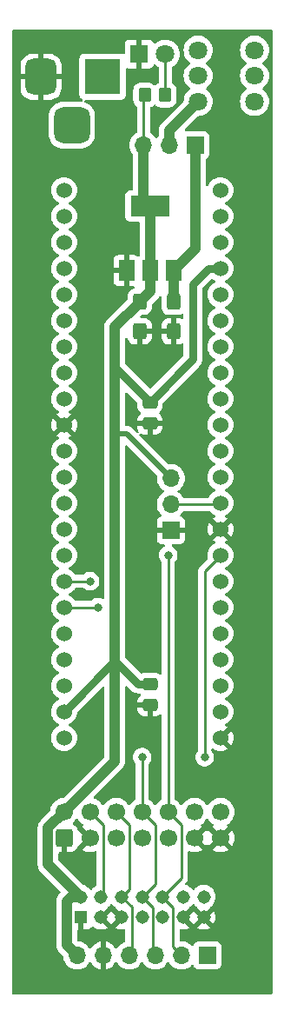
<source format=gbr>
%TF.GenerationSoftware,KiCad,Pcbnew,7.0.11*%
%TF.CreationDate,2024-03-10T23:57:51-05:00*%
%TF.ProjectId,XGECU-QFP44-Adapter,58474543-552d-4514-9650-34342d416461,rev?*%
%TF.SameCoordinates,Original*%
%TF.FileFunction,Copper,L1,Top*%
%TF.FilePolarity,Positive*%
%FSLAX46Y46*%
G04 Gerber Fmt 4.6, Leading zero omitted, Abs format (unit mm)*
G04 Created by KiCad (PCBNEW 7.0.11) date 2024-03-10 23:57:51*
%MOMM*%
%LPD*%
G01*
G04 APERTURE LIST*
G04 Aperture macros list*
%AMRoundRect*
0 Rectangle with rounded corners*
0 $1 Rounding radius*
0 $2 $3 $4 $5 $6 $7 $8 $9 X,Y pos of 4 corners*
0 Add a 4 corners polygon primitive as box body*
4,1,4,$2,$3,$4,$5,$6,$7,$8,$9,$2,$3,0*
0 Add four circle primitives for the rounded corners*
1,1,$1+$1,$2,$3*
1,1,$1+$1,$4,$5*
1,1,$1+$1,$6,$7*
1,1,$1+$1,$8,$9*
0 Add four rect primitives between the rounded corners*
20,1,$1+$1,$2,$3,$4,$5,0*
20,1,$1+$1,$4,$5,$6,$7,0*
20,1,$1+$1,$6,$7,$8,$9,0*
20,1,$1+$1,$8,$9,$2,$3,0*%
G04 Aperture macros list end*
%TA.AperFunction,ComponentPad*%
%ADD10C,1.524000*%
%TD*%
%TA.AperFunction,SMDPad,CuDef*%
%ADD11RoundRect,0.250000X-0.425000X0.537500X-0.425000X-0.537500X0.425000X-0.537500X0.425000X0.537500X0*%
%TD*%
%TA.AperFunction,SMDPad,CuDef*%
%ADD12RoundRect,0.250000X-0.475000X0.337500X-0.475000X-0.337500X0.475000X-0.337500X0.475000X0.337500X0*%
%TD*%
%TA.AperFunction,ComponentPad*%
%ADD13R,3.500000X3.500000*%
%TD*%
%TA.AperFunction,ComponentPad*%
%ADD14RoundRect,0.750000X-0.750000X-1.000000X0.750000X-1.000000X0.750000X1.000000X-0.750000X1.000000X0*%
%TD*%
%TA.AperFunction,ComponentPad*%
%ADD15RoundRect,0.875000X-0.875000X-0.875000X0.875000X-0.875000X0.875000X0.875000X-0.875000X0.875000X0*%
%TD*%
%TA.AperFunction,SMDPad,CuDef*%
%ADD16RoundRect,0.250000X-0.350000X-0.450000X0.350000X-0.450000X0.350000X0.450000X-0.350000X0.450000X0*%
%TD*%
%TA.AperFunction,ComponentPad*%
%ADD17R,1.700000X1.700000*%
%TD*%
%TA.AperFunction,ComponentPad*%
%ADD18O,1.700000X1.700000*%
%TD*%
%TA.AperFunction,ComponentPad*%
%ADD19C,1.800000*%
%TD*%
%TA.AperFunction,ComponentPad*%
%ADD20R,1.800000X1.800000*%
%TD*%
%TA.AperFunction,SMDPad,CuDef*%
%ADD21R,1.500000X2.000000*%
%TD*%
%TA.AperFunction,SMDPad,CuDef*%
%ADD22R,3.800000X2.000000*%
%TD*%
%TA.AperFunction,ComponentPad*%
%ADD23R,1.308000X1.308000*%
%TD*%
%TA.AperFunction,ComponentPad*%
%ADD24C,1.308000*%
%TD*%
%TA.AperFunction,ComponentPad*%
%ADD25RoundRect,0.250000X0.600000X-0.600000X0.600000X0.600000X-0.600000X0.600000X-0.600000X-0.600000X0*%
%TD*%
%TA.AperFunction,ComponentPad*%
%ADD26C,1.700000*%
%TD*%
%TA.AperFunction,ViaPad*%
%ADD27C,0.800000*%
%TD*%
%TA.AperFunction,Conductor*%
%ADD28C,0.250000*%
%TD*%
%TA.AperFunction,Conductor*%
%ADD29C,0.800000*%
%TD*%
%TA.AperFunction,Conductor*%
%ADD30C,0.500000*%
%TD*%
%TA.AperFunction,Conductor*%
%ADD31C,1.000000*%
%TD*%
G04 APERTURE END LIST*
D10*
%TO.P,U1,1,IO1-14/GCK3*%
%TO.N,unconnected-(U1-IO1-14{slash}GCK3-Pad1)*%
X129540000Y-86765000D03*
%TO.P,U1,2,IO1-15*%
%TO.N,unconnected-(U1-IO1-15-Pad2)*%
X129540000Y-89305000D03*
%TO.P,U1,3,IO1-17*%
%TO.N,unconnected-(U1-IO1-17-Pad3)*%
X129540000Y-91845000D03*
%TO.P,U1,4,GND*%
%TO.N,GND*%
X129540000Y-94385000D03*
%TO.P,U1,5,IO3-2*%
%TO.N,unconnected-(U1-IO3-2-Pad5)*%
X129540000Y-96925000D03*
%TO.P,U1,6,IO3-5*%
%TO.N,unconnected-(U1-IO3-5-Pad6)*%
X129540000Y-99465000D03*
%TO.P,U1,7,IO3-8*%
%TO.N,unconnected-(U1-IO3-8-Pad7)*%
X129540000Y-102005000D03*
%TO.P,U1,8,IO3-9*%
%TO.N,unconnected-(U1-IO3-9-Pad8)*%
X129540000Y-104545000D03*
%TO.P,U1,9,TDI*%
%TO.N,/TDI*%
X129540000Y-107085000D03*
%TO.P,U1,10,TMS*%
%TO.N,/TMS*%
X129540000Y-109625000D03*
%TO.P,U1,11,TCK*%
%TO.N,/TCK*%
X129540000Y-112165000D03*
%TO.P,U1,12,IO3-11*%
%TO.N,unconnected-(U1-IO3-11-Pad12)*%
X129540000Y-114705000D03*
%TO.P,U1,13,IO3-14*%
%TO.N,unconnected-(U1-IO3-14-Pad13)*%
X129540000Y-117245000D03*
%TO.P,U1,14,IO3-15*%
%TO.N,unconnected-(U1-IO3-15-Pad14)*%
X129540000Y-119785000D03*
%TO.P,U1,15,VCCINT*%
%TO.N,+3.3V*%
X129540000Y-122325000D03*
%TO.P,U1,16,IO3-17*%
%TO.N,unconnected-(U1-IO3-17-Pad16)*%
X129540000Y-124865000D03*
%TO.P,U1,17,GND*%
%TO.N,GND*%
X144780000Y-124865000D03*
%TO.P,U1,18,IO3-16*%
%TO.N,unconnected-(U1-IO3-16-Pad18)*%
X144780000Y-122325000D03*
%TO.P,U1,19,IO4-2*%
%TO.N,unconnected-(U1-IO4-2-Pad19)*%
X144780000Y-119785000D03*
%TO.P,U1,20,IO4-5*%
%TO.N,unconnected-(U1-IO4-5-Pad20)*%
X144780000Y-117245000D03*
%TO.P,U1,21,IO4-8*%
%TO.N,unconnected-(U1-IO4-8-Pad21)*%
X144780000Y-114705000D03*
%TO.P,U1,22,IO4-11*%
%TO.N,unconnected-(U1-IO4-11-Pad22)*%
X144780000Y-112165000D03*
%TO.P,U1,23,IO4-14*%
%TO.N,unconnected-(U1-IO4-14-Pad23)*%
X144780000Y-109625000D03*
%TO.P,U1,24,TDO*%
%TO.N,/TDO*%
X144780000Y-107085000D03*
%TO.P,U1,25,GND*%
%TO.N,GND*%
X144780000Y-104545000D03*
%TO.P,U1,26,VCCIO*%
%TO.N,/VCCIO*%
X144780000Y-102005000D03*
%TO.P,U1,27,IO4-15*%
%TO.N,unconnected-(U1-IO4-15-Pad27)*%
X144780000Y-99465000D03*
%TO.P,U1,28,IO4-17*%
%TO.N,unconnected-(U1-IO4-17-Pad28)*%
X144780000Y-96925000D03*
%TO.P,U1,29,IO2-2*%
%TO.N,unconnected-(U1-IO2-2-Pad29)*%
X144780000Y-94385000D03*
%TO.P,U1,30,IO2-5*%
%TO.N,unconnected-(U1-IO2-5-Pad30)*%
X144780000Y-91845000D03*
%TO.P,U1,31,IO2-6*%
%TO.N,unconnected-(U1-IO2-6-Pad31)*%
X144780000Y-89305000D03*
%TO.P,U1,32,IO2-8*%
%TO.N,unconnected-(U1-IO2-8-Pad32)*%
X144780000Y-86765000D03*
%TO.P,U1,33,IO2-9/GSR*%
%TO.N,unconnected-(U1-IO2-9{slash}GSR-Pad33)*%
X144780000Y-84225000D03*
%TO.P,U1,34,IO2-11/GTS2*%
%TO.N,unconnected-(U1-IO2-11{slash}GTS2-Pad34)*%
X144780000Y-81685000D03*
%TO.P,U1,35,VCCINT*%
%TO.N,+3.3V*%
X144780000Y-79145000D03*
%TO.P,U1,36,IO2-14/GTS1*%
%TO.N,unconnected-(U1-IO2-14{slash}GTS1-Pad36)*%
X144780000Y-76605000D03*
%TO.P,U1,37,IO2-15*%
%TO.N,unconnected-(U1-IO2-15-Pad37)*%
X144780000Y-74065000D03*
%TO.P,U1,38,IO2-17*%
%TO.N,unconnected-(U1-IO2-17-Pad38)*%
X144780000Y-71525000D03*
%TO.P,U1,39,IO1-2*%
%TO.N,unconnected-(U1-IO1-2-Pad39)*%
X129540000Y-71525000D03*
%TO.P,U1,40,IO1-5*%
%TO.N,unconnected-(U1-IO1-5-Pad40)*%
X129540000Y-74065000D03*
%TO.P,U1,41,IO1-6*%
%TO.N,unconnected-(U1-IO1-6-Pad41)*%
X129540000Y-76605000D03*
%TO.P,U1,42,IO1-8*%
%TO.N,unconnected-(U1-IO1-8-Pad42)*%
X129540000Y-79145000D03*
%TO.P,U1,43,IO1-9/GCK1*%
%TO.N,unconnected-(U1-IO1-9{slash}GCK1-Pad43)*%
X129540000Y-81685000D03*
%TO.P,U1,44,IO1-11/GCK2*%
%TO.N,unconnected-(U1-IO1-11{slash}GCK2-Pad44)*%
X129540000Y-84225000D03*
%TD*%
D11*
%TO.P,C1,1*%
%TO.N,Net-(JP1-A)*%
X140208000Y-82382500D03*
%TO.P,C1,2*%
%TO.N,GND*%
X140208000Y-85257500D03*
%TD*%
D12*
%TO.P,C3,1*%
%TO.N,+3.3V*%
X137922000Y-119612500D03*
%TO.P,C3,2*%
%TO.N,GND*%
X137922000Y-121687500D03*
%TD*%
D13*
%TO.P,J1,1*%
%TO.N,Net-(SW1A-B)*%
X133299200Y-60477400D03*
D14*
%TO.P,J1,2*%
%TO.N,GND*%
X127299200Y-60477400D03*
D15*
%TO.P,J1,3*%
%TO.N,N/C*%
X130299200Y-65177400D03*
%TD*%
D16*
%TO.P,R1,1*%
%TO.N,+3.3V*%
X137404600Y-62255400D03*
%TO.P,R1,2*%
%TO.N,Net-(D1-A)*%
X139404600Y-62255400D03*
%TD*%
D17*
%TO.P,JP1,1,A*%
%TO.N,Net-(JP1-A)*%
X142352000Y-67132200D03*
D18*
%TO.P,JP1,2,C*%
%TO.N,Net-(JP1-C)*%
X139812000Y-67132200D03*
%TO.P,JP1,3,B*%
%TO.N,+3.3V*%
X137272000Y-67132200D03*
%TD*%
D17*
%TO.P,JP2,1,A*%
%TO.N,GND*%
X139954000Y-104648000D03*
D18*
%TO.P,JP2,2,C*%
%TO.N,/VCCIO*%
X139954000Y-102108000D03*
%TO.P,JP2,3,B*%
%TO.N,+3.3V*%
X139954000Y-99568000D03*
%TD*%
D19*
%TO.P,SW1,1,A*%
%TO.N,unconnected-(SW1A-A-Pad1)*%
X142614200Y-57875800D03*
%TO.P,SW1,2,B*%
%TO.N,Net-(SW1A-B)*%
X142614200Y-60375800D03*
%TO.P,SW1,3,C*%
%TO.N,Net-(JP1-C)*%
X142614200Y-62875800D03*
%TO.P,SW1,4*%
%TO.N,N/C*%
X148114200Y-57875800D03*
%TO.P,SW1,5*%
X148114200Y-60375800D03*
%TO.P,SW1,6*%
X148114200Y-62875800D03*
%TD*%
D11*
%TO.P,C2,1*%
%TO.N,+3.3V*%
X136906000Y-82382500D03*
%TO.P,C2,2*%
%TO.N,GND*%
X136906000Y-85257500D03*
%TD*%
D20*
%TO.P,D1,1,K*%
%TO.N,GND*%
X136880600Y-58267600D03*
D19*
%TO.P,D1,2,A*%
%TO.N,Net-(D1-A)*%
X139420600Y-58267600D03*
%TD*%
D21*
%TO.P,U3,1,GND*%
%TO.N,GND*%
X135622000Y-79350000D03*
%TO.P,U3,2,VO*%
%TO.N,+3.3V*%
X137922000Y-79350000D03*
D22*
X137922000Y-73050000D03*
D21*
%TO.P,U3,3,VI*%
%TO.N,Net-(JP1-A)*%
X140222000Y-79350000D03*
%TD*%
D23*
%TO.P,J4,1,Pin_1*%
%TO.N,GND*%
X131160000Y-142351000D03*
D24*
%TO.P,J4,2,Pin_2*%
%TO.N,+3.3V*%
X131160000Y-140351000D03*
%TO.P,J4,3,Pin_3*%
%TO.N,GND*%
X133160000Y-142351000D03*
%TO.P,J4,4,Pin_4*%
%TO.N,/TMS*%
X133160000Y-140351000D03*
%TO.P,J4,5,Pin_5*%
%TO.N,GND*%
X135160000Y-142351000D03*
%TO.P,J4,6,Pin_6*%
%TO.N,/TCK*%
X135160000Y-140351000D03*
%TO.P,J4,7,Pin_7*%
%TO.N,GND*%
X137160000Y-142351000D03*
%TO.P,J4,8,Pin_8*%
%TO.N,/TDO*%
X137160000Y-140351000D03*
%TO.P,J4,9,Pin_9*%
%TO.N,GND*%
X139160000Y-142351000D03*
%TO.P,J4,10,Pin_10*%
%TO.N,/TDI*%
X139160000Y-140351000D03*
%TO.P,J4,11,Pin_11*%
%TO.N,GND*%
X141160000Y-142351000D03*
%TO.P,J4,12,Pin_12*%
%TO.N,unconnected-(J4-Pin_12-Pad12)*%
X141160000Y-140351000D03*
%TO.P,J4,13,Pin_13*%
%TO.N,GND*%
X143160000Y-142351000D03*
%TO.P,J4,14,Pin_14*%
%TO.N,unconnected-(J4-Pin_14-Pad14)*%
X143160000Y-140351000D03*
%TD*%
D12*
%TO.P,C4,1*%
%TO.N,+3.3V*%
X137922000Y-92180500D03*
%TO.P,C4,2*%
%TO.N,GND*%
X137922000Y-94255500D03*
%TD*%
D25*
%TO.P,J2,1,Pin_1*%
%TO.N,GND*%
X129540000Y-134620000D03*
D26*
%TO.P,J2,2,Pin_2*%
%TO.N,+3.3V*%
X129540000Y-132080000D03*
%TO.P,J2,3,Pin_3*%
%TO.N,GND*%
X132080000Y-134620000D03*
%TO.P,J2,4,Pin_4*%
%TO.N,/TMS*%
X132080000Y-132080000D03*
%TO.P,J2,5,Pin_5*%
%TO.N,GND*%
X134620000Y-134620000D03*
%TO.P,J2,6,Pin_6*%
%TO.N,/TCK*%
X134620000Y-132080000D03*
%TO.P,J2,7,Pin_7*%
%TO.N,GND*%
X137160000Y-134620000D03*
%TO.P,J2,8,Pin_8*%
%TO.N,/TDO*%
X137160000Y-132080000D03*
%TO.P,J2,9,Pin_9*%
%TO.N,GND*%
X139700000Y-134620000D03*
%TO.P,J2,10,Pin_10*%
%TO.N,/TDI*%
X139700000Y-132080000D03*
%TO.P,J2,11,Pin_11*%
%TO.N,GND*%
X142240000Y-134620000D03*
%TO.P,J2,12,Pin_12*%
%TO.N,unconnected-(J2-Pin_12-Pad12)*%
X142240000Y-132080000D03*
%TO.P,J2,13,Pin_13*%
%TO.N,GND*%
X144780000Y-134620000D03*
%TO.P,J2,14,Pin_14*%
%TO.N,unconnected-(J2-Pin_14-Pad14)*%
X144780000Y-132080000D03*
%TD*%
D17*
%TO.P,J3,1,Pin_1*%
%TO.N,/TMS*%
X143510000Y-146050000D03*
D18*
%TO.P,J3,2,Pin_2*%
%TO.N,/TDI*%
X140970000Y-146050000D03*
%TO.P,J3,3,Pin_3*%
%TO.N,/TDO*%
X138430000Y-146050000D03*
%TO.P,J3,4,Pin_4*%
%TO.N,/TCK*%
X135890000Y-146050000D03*
%TO.P,J3,5,Pin_5*%
%TO.N,GND*%
X133350000Y-146050000D03*
%TO.P,J3,6,Pin_6*%
%TO.N,+3.3V*%
X130810000Y-146050000D03*
%TD*%
D27*
%TO.N,GND*%
X137922000Y-123139200D03*
X136906000Y-86995000D03*
X140208000Y-86995000D03*
X138430000Y-95885000D03*
X139573000Y-94234000D03*
%TO.N,/TDI*%
X139700000Y-107061000D03*
%TO.N,/TCK*%
X132842000Y-112141000D03*
%TO.N,/TMS*%
X132080000Y-109601000D03*
%TO.N,/TDO*%
X143256000Y-126746000D03*
X137160000Y-126746000D03*
%TD*%
D28*
%TO.N,/TCK*%
X136144000Y-145796000D02*
X135890000Y-146050000D01*
X136144000Y-141335000D02*
X136144000Y-145796000D01*
X135160000Y-140351000D02*
X136144000Y-141335000D01*
%TO.N,/TDO*%
X138176000Y-145796000D02*
X138430000Y-146050000D01*
X138176000Y-141367000D02*
X138176000Y-145796000D01*
X137160000Y-140351000D02*
X138176000Y-141367000D01*
%TO.N,/TDI*%
X140157200Y-141348200D02*
X140157200Y-145237200D01*
X139160000Y-140351000D02*
X140157200Y-141348200D01*
X140157200Y-145237200D02*
X140970000Y-146050000D01*
%TO.N,/TMS*%
X133350000Y-140161000D02*
X133160000Y-140351000D01*
X133350000Y-133350000D02*
X133350000Y-140161000D01*
X132080000Y-132080000D02*
X133350000Y-133350000D01*
%TO.N,/TDI*%
X139700000Y-132080000D02*
X140970000Y-133350000D01*
X140970000Y-133350000D02*
X140970000Y-138541000D01*
X140970000Y-138541000D02*
X139160000Y-140351000D01*
%TO.N,/TDO*%
X138430000Y-133350000D02*
X138430000Y-139081000D01*
X137160000Y-132080000D02*
X138430000Y-133350000D01*
X138430000Y-139081000D02*
X137160000Y-140351000D01*
%TO.N,/TCK*%
X135890000Y-139621000D02*
X135160000Y-140351000D01*
X135890000Y-133350000D02*
X135890000Y-139621000D01*
X134620000Y-132080000D02*
X135890000Y-133350000D01*
D29*
%TO.N,+3.3V*%
X142113000Y-87989500D02*
X137922000Y-92180500D01*
X143613000Y-79145000D02*
X142113000Y-80645000D01*
X142113000Y-80645000D02*
X142113000Y-87989500D01*
X144780000Y-79145000D02*
X143613000Y-79145000D01*
X129540000Y-122325000D02*
X134493000Y-117372000D01*
D30*
X134493000Y-117372000D02*
X134493000Y-117348000D01*
D28*
%TO.N,/TDI*%
X139700000Y-132080000D02*
X139700000Y-107061000D01*
%TO.N,/TCK*%
X132818000Y-112165000D02*
X129540000Y-112165000D01*
X132842000Y-112141000D02*
X132818000Y-112165000D01*
%TO.N,/TMS*%
X132056000Y-109625000D02*
X129540000Y-109625000D01*
X132080000Y-109601000D02*
X132056000Y-109625000D01*
%TO.N,/TDO*%
X143256000Y-126746000D02*
X143256000Y-108609000D01*
X143256000Y-108609000D02*
X144780000Y-107085000D01*
X137160000Y-132080000D02*
X137160000Y-126746000D01*
%TO.N,/VCCIO*%
X144677000Y-102108000D02*
X144780000Y-102005000D01*
X139954000Y-102108000D02*
X144677000Y-102108000D01*
D31*
%TO.N,Net-(JP1-A)*%
X142352000Y-77220000D02*
X140222000Y-79350000D01*
X140208000Y-82382500D02*
X140208000Y-79364000D01*
X140208000Y-79364000D02*
X140222000Y-79350000D01*
X142352000Y-67132200D02*
X142352000Y-77220000D01*
%TO.N,+3.3V*%
X134493000Y-88138000D02*
X134493000Y-95250000D01*
X137922000Y-79350000D02*
X137922000Y-81366500D01*
X137922000Y-81366500D02*
X136906000Y-82382500D01*
X127990000Y-137181000D02*
X131160000Y-140351000D01*
X134493000Y-119761000D02*
X134493000Y-127127000D01*
X129806000Y-145046000D02*
X130810000Y-146050000D01*
X137922000Y-73050000D02*
X137922000Y-79350000D01*
X130235105Y-140351000D02*
X129806000Y-140780105D01*
X127990000Y-133626497D02*
X127990000Y-137181000D01*
D28*
X137404600Y-62255400D02*
X137272000Y-62388000D01*
D31*
X134493000Y-104902000D02*
X134493000Y-117348000D01*
X137272000Y-72400000D02*
X137922000Y-73050000D01*
X136906000Y-82423000D02*
X134493000Y-84836000D01*
X129806000Y-140780105D02*
X129806000Y-145046000D01*
X131160000Y-140351000D02*
X130235105Y-140351000D01*
X134493000Y-84836000D02*
X134493000Y-88138000D01*
D30*
X135636000Y-95250000D02*
X139954000Y-99568000D01*
D29*
X134493000Y-88751500D02*
X137922000Y-92180500D01*
X137922000Y-119612500D02*
X136757500Y-119612500D01*
D31*
X129540000Y-132080000D02*
X129536497Y-132080000D01*
X134493000Y-117348000D02*
X134493000Y-119761000D01*
X136906000Y-82382500D02*
X136906000Y-82423000D01*
X129536497Y-132080000D02*
X127990000Y-133626497D01*
D29*
X136757500Y-119612500D02*
X134493000Y-117348000D01*
D31*
X137272000Y-67132200D02*
X137272000Y-72400000D01*
X134493000Y-88138000D02*
X134493000Y-88751500D01*
X134493000Y-127127000D02*
X129540000Y-132080000D01*
D28*
X137272000Y-62388000D02*
X137272000Y-67132200D01*
D30*
X134493000Y-95250000D02*
X135636000Y-95250000D01*
D31*
X134493000Y-95250000D02*
X134493000Y-104902000D01*
D28*
%TO.N,/VCCIO*%
X140057000Y-102005000D02*
X139954000Y-102108000D01*
%TO.N,Net-(D1-A)*%
X139420600Y-58267600D02*
X139420600Y-62239400D01*
X139420600Y-62239400D02*
X139404600Y-62255400D01*
D31*
%TO.N,Net-(JP1-C)*%
X139812000Y-65678000D02*
X142614200Y-62875800D01*
X139812000Y-67132200D02*
X139812000Y-65678000D01*
%TD*%
%TA.AperFunction,Conductor*%
%TO.N,GND*%
G36*
X134774835Y-142476148D02*
G01*
X134832359Y-142589045D01*
X134921955Y-142678641D01*
X135034852Y-142736165D01*
X135120480Y-142749726D01*
X134537768Y-143332439D01*
X134639827Y-143395632D01*
X134639831Y-143395634D01*
X134840639Y-143473428D01*
X135052328Y-143513000D01*
X135267676Y-143513000D01*
X135361346Y-143495489D01*
X135431983Y-143502632D01*
X135487543Y-143546831D01*
X135510389Y-143614051D01*
X135510500Y-143619343D01*
X135510500Y-144653995D01*
X135490498Y-144722116D01*
X135436842Y-144768609D01*
X135425413Y-144773168D01*
X135342426Y-144801658D01*
X135144426Y-144908810D01*
X135144424Y-144908811D01*
X134966762Y-145047091D01*
X134814279Y-145212729D01*
X134725183Y-145349101D01*
X134671179Y-145395189D01*
X134600831Y-145404764D01*
X134536474Y-145374786D01*
X134514217Y-145349100D01*
X134425327Y-145213044D01*
X134272902Y-145047465D01*
X134095301Y-144909232D01*
X134095300Y-144909231D01*
X133897371Y-144802117D01*
X133897369Y-144802116D01*
X133684512Y-144729043D01*
X133684501Y-144729040D01*
X133604000Y-144715606D01*
X133604000Y-145616325D01*
X133492315Y-145565320D01*
X133385763Y-145550000D01*
X133314237Y-145550000D01*
X133207685Y-145565320D01*
X133096000Y-145616325D01*
X133096000Y-144715607D01*
X133095999Y-144715606D01*
X133015498Y-144729040D01*
X133015487Y-144729043D01*
X132802630Y-144802116D01*
X132802628Y-144802117D01*
X132604699Y-144909231D01*
X132604698Y-144909232D01*
X132427097Y-145047465D01*
X132274670Y-145213045D01*
X132185780Y-145349101D01*
X132131776Y-145395189D01*
X132061428Y-145404764D01*
X131997071Y-145374786D01*
X131974816Y-145349101D01*
X131905955Y-145243701D01*
X131885724Y-145212734D01*
X131885720Y-145212729D01*
X131756221Y-145072058D01*
X131733240Y-145047094D01*
X131733239Y-145047093D01*
X131733237Y-145047091D01*
X131648037Y-144980777D01*
X131555576Y-144908811D01*
X131357574Y-144801658D01*
X131357572Y-144801657D01*
X131357571Y-144801656D01*
X131144639Y-144728557D01*
X131144632Y-144728555D01*
X131039523Y-144711016D01*
X130922569Y-144691500D01*
X130922566Y-144691500D01*
X130919761Y-144691032D01*
X130855862Y-144660090D01*
X130818834Y-144599514D01*
X130814500Y-144566750D01*
X130814500Y-143639000D01*
X130834502Y-143570879D01*
X130888158Y-143524386D01*
X130896410Y-143522590D01*
X130906000Y-143513001D01*
X130906000Y-142662686D01*
X130921955Y-142678641D01*
X131034852Y-142736165D01*
X131128519Y-142751000D01*
X131191481Y-142751000D01*
X131285148Y-142736165D01*
X131398045Y-142678641D01*
X131414000Y-142662686D01*
X131414000Y-143513000D01*
X131862585Y-143513000D01*
X131862597Y-143512999D01*
X131923093Y-143506494D01*
X132059964Y-143455444D01*
X132059965Y-143455444D01*
X132176904Y-143367904D01*
X132245335Y-143276491D01*
X132302170Y-143233944D01*
X132372986Y-143228879D01*
X132431089Y-143258886D01*
X132456734Y-143282265D01*
X132456746Y-143282274D01*
X132639821Y-143395629D01*
X132639831Y-143395634D01*
X132840639Y-143473428D01*
X133052328Y-143513000D01*
X133267672Y-143513000D01*
X133479360Y-143473428D01*
X133680166Y-143395636D01*
X133782230Y-143332439D01*
X133199518Y-142749727D01*
X133285148Y-142736165D01*
X133398045Y-142678641D01*
X133487641Y-142589045D01*
X133545165Y-142476148D01*
X133558727Y-142390518D01*
X134144163Y-142975954D01*
X134151275Y-142975461D01*
X134168731Y-142975461D01*
X134175833Y-142975954D01*
X134761272Y-142390516D01*
X134774835Y-142476148D01*
G37*
%TD.AperFunction*%
%TA.AperFunction,Conductor*%
G36*
X134249469Y-141076175D02*
G01*
X134260545Y-141088959D01*
X134297222Y-141137526D01*
X134456436Y-141282669D01*
X134473270Y-141293092D01*
X134473667Y-141293338D01*
X134521055Y-141346204D01*
X134522380Y-141354170D01*
X135120483Y-141952272D01*
X135034852Y-141965835D01*
X134921955Y-142023359D01*
X134832359Y-142112955D01*
X134774835Y-142225852D01*
X134761272Y-142311481D01*
X134175833Y-141726042D01*
X134168728Y-141726536D01*
X134151274Y-141726537D01*
X134144165Y-141726043D01*
X133558727Y-142311481D01*
X133545165Y-142225852D01*
X133487641Y-142112955D01*
X133398045Y-142023359D01*
X133285148Y-141965835D01*
X133199516Y-141952272D01*
X133798013Y-141353776D01*
X133799518Y-141345016D01*
X133846330Y-141293339D01*
X133863564Y-141282669D01*
X134022778Y-141137526D01*
X134059451Y-141088963D01*
X134116464Y-141046656D01*
X134187300Y-141041889D01*
X134249469Y-141076175D01*
G37*
%TD.AperFunction*%
%TA.AperFunction,Conductor*%
G36*
X142249469Y-141076175D02*
G01*
X142260545Y-141088959D01*
X142297222Y-141137526D01*
X142456436Y-141282669D01*
X142473270Y-141293092D01*
X142473667Y-141293338D01*
X142521055Y-141346204D01*
X142522380Y-141354171D01*
X143120481Y-141952272D01*
X143034852Y-141965835D01*
X142921955Y-142023359D01*
X142832359Y-142112955D01*
X142774835Y-142225852D01*
X142761272Y-142311481D01*
X142175833Y-141726042D01*
X142168728Y-141726536D01*
X142151274Y-141726537D01*
X142144165Y-141726043D01*
X141558727Y-142311481D01*
X141545165Y-142225852D01*
X141487641Y-142112955D01*
X141398045Y-142023359D01*
X141285148Y-141965835D01*
X141199516Y-141952272D01*
X141798013Y-141353776D01*
X141799518Y-141345016D01*
X141846330Y-141293339D01*
X141863564Y-141282669D01*
X142022778Y-141137526D01*
X142059451Y-141088963D01*
X142116464Y-141046656D01*
X142187300Y-141041889D01*
X142249469Y-141076175D01*
G37*
%TD.AperFunction*%
%TA.AperFunction,Conductor*%
G36*
X131620507Y-134829844D02*
G01*
X131698239Y-134950798D01*
X131806900Y-135044952D01*
X131937685Y-135104680D01*
X131952410Y-135106797D01*
X131314310Y-135744898D01*
X131334697Y-135760766D01*
X131334701Y-135760768D01*
X131532628Y-135867882D01*
X131532630Y-135867883D01*
X131745483Y-135940955D01*
X131745490Y-135940957D01*
X131967477Y-135978000D01*
X132192523Y-135978000D01*
X132414509Y-135940957D01*
X132414516Y-135940955D01*
X132549588Y-135894585D01*
X132620512Y-135891385D01*
X132681908Y-135927037D01*
X132714282Y-135990222D01*
X132716500Y-136013758D01*
X132716500Y-139189815D01*
X132696498Y-139257936D01*
X132644612Y-139302895D01*
X132644823Y-139303319D01*
X132643177Y-139304138D01*
X132642842Y-139304429D01*
X132641221Y-139305112D01*
X132639605Y-139305917D01*
X132456434Y-139419331D01*
X132297226Y-139564469D01*
X132297222Y-139564473D01*
X132297222Y-139564474D01*
X132260548Y-139613036D01*
X132203535Y-139655343D01*
X132132699Y-139660110D01*
X132070530Y-139625823D01*
X132059454Y-139613040D01*
X132022778Y-139564474D01*
X132022773Y-139564469D01*
X131863565Y-139419331D01*
X131680397Y-139305918D01*
X131680392Y-139305916D01*
X131680391Y-139305915D01*
X131673690Y-139303319D01*
X131477875Y-139227459D01*
X131434297Y-139199063D01*
X129035405Y-136800171D01*
X129001379Y-136737859D01*
X128998500Y-136711076D01*
X128998500Y-136104000D01*
X129018502Y-136035879D01*
X129072158Y-135989386D01*
X129124500Y-135978000D01*
X129286000Y-135978000D01*
X129286000Y-135053674D01*
X129397685Y-135104680D01*
X129504237Y-135120000D01*
X129575763Y-135120000D01*
X129682315Y-135104680D01*
X129794000Y-135053674D01*
X129794000Y-135978000D01*
X130190517Y-135978000D01*
X130190516Y-135977999D01*
X130294318Y-135967394D01*
X130294321Y-135967393D01*
X130462525Y-135911657D01*
X130613339Y-135818634D01*
X130613345Y-135818629D01*
X130738629Y-135693345D01*
X130738634Y-135693339D01*
X130831657Y-135542524D01*
X130854787Y-135472722D01*
X130895200Y-135414351D01*
X130948666Y-135392120D01*
X131595638Y-134745148D01*
X131620507Y-134829844D01*
G37*
%TD.AperFunction*%
%TA.AperFunction,Conductor*%
G36*
X130893225Y-132755669D02*
G01*
X130915480Y-132781353D01*
X130948607Y-132832058D01*
X131004275Y-132917265D01*
X131004279Y-132917270D01*
X131156762Y-133082908D01*
X131192036Y-133110363D01*
X131334424Y-133221189D01*
X131368205Y-133239470D01*
X131418596Y-133289482D01*
X131433949Y-133358799D01*
X131409389Y-133425412D01*
X131368208Y-133461097D01*
X131334700Y-133479230D01*
X131334693Y-133479235D01*
X131314311Y-133495099D01*
X131314310Y-133495100D01*
X131952412Y-134133202D01*
X131937685Y-134135320D01*
X131806900Y-134195048D01*
X131698239Y-134289202D01*
X131620507Y-134410156D01*
X131595638Y-134494849D01*
X130946160Y-133845372D01*
X130917567Y-133840102D01*
X130865788Y-133791528D01*
X130854787Y-133767276D01*
X130831657Y-133697475D01*
X130738634Y-133546660D01*
X130738629Y-133546654D01*
X130613345Y-133421370D01*
X130613339Y-133421365D01*
X130462521Y-133328340D01*
X130455873Y-133325240D01*
X130456809Y-133323232D01*
X130407346Y-133288985D01*
X130380092Y-133223428D01*
X130392606Y-133153543D01*
X130427961Y-133110364D01*
X130463240Y-133082906D01*
X130615722Y-132917268D01*
X130704518Y-132781354D01*
X130758520Y-132735268D01*
X130828868Y-132725692D01*
X130893225Y-132755669D01*
G37*
%TD.AperFunction*%
%TA.AperFunction,Conductor*%
G36*
X143593225Y-132755669D02*
G01*
X143615480Y-132781353D01*
X143648607Y-132832058D01*
X143704275Y-132917265D01*
X143704279Y-132917270D01*
X143856762Y-133082908D01*
X143892036Y-133110363D01*
X144034424Y-133221189D01*
X144068205Y-133239470D01*
X144118596Y-133289482D01*
X144133949Y-133358799D01*
X144109389Y-133425412D01*
X144068208Y-133461097D01*
X144034700Y-133479230D01*
X144034693Y-133479235D01*
X144014311Y-133495099D01*
X144014310Y-133495100D01*
X144652412Y-134133202D01*
X144637685Y-134135320D01*
X144506900Y-134195048D01*
X144398239Y-134289202D01*
X144320507Y-134410156D01*
X144295639Y-134494849D01*
X143656921Y-133856131D01*
X143656920Y-133856132D01*
X143615482Y-133919558D01*
X143561479Y-133965647D01*
X143491131Y-133975222D01*
X143426773Y-133945245D01*
X143404516Y-133919558D01*
X143363078Y-133856132D01*
X142724360Y-134494848D01*
X142699493Y-134410156D01*
X142621761Y-134289202D01*
X142513100Y-134195048D01*
X142382315Y-134135320D01*
X142367587Y-134133202D01*
X143005688Y-133495100D01*
X143005687Y-133495099D01*
X142985308Y-133479237D01*
X142985298Y-133479231D01*
X142951791Y-133461097D01*
X142901401Y-133411083D01*
X142886050Y-133341766D01*
X142910612Y-133275153D01*
X142951790Y-133239472D01*
X142985576Y-133221189D01*
X143163240Y-133082906D01*
X143315722Y-132917268D01*
X143404518Y-132781354D01*
X143458520Y-132735268D01*
X143528868Y-132725692D01*
X143593225Y-132755669D01*
G37*
%TD.AperFunction*%
%TA.AperFunction,Conductor*%
G36*
X135710012Y-119850279D02*
G01*
X135716595Y-119856408D01*
X136057520Y-120197333D01*
X136070359Y-120212364D01*
X136078634Y-120223753D01*
X136078635Y-120223754D01*
X136078636Y-120223755D01*
X136129456Y-120269513D01*
X136134225Y-120274038D01*
X136148759Y-120288572D01*
X136148762Y-120288575D01*
X136164711Y-120301491D01*
X136169723Y-120305771D01*
X136173756Y-120309402D01*
X136220556Y-120351540D01*
X136232742Y-120358576D01*
X136249026Y-120369767D01*
X136259970Y-120378629D01*
X136320941Y-120409695D01*
X136326707Y-120412826D01*
X136385944Y-120447027D01*
X136399323Y-120451373D01*
X136417584Y-120458937D01*
X136430130Y-120465330D01*
X136430132Y-120465330D01*
X136430133Y-120465331D01*
X136496194Y-120483031D01*
X136502521Y-120484905D01*
X136567572Y-120506042D01*
X136581575Y-120507513D01*
X136600999Y-120511113D01*
X136614597Y-120514757D01*
X136614601Y-120514757D01*
X136614604Y-120514758D01*
X136650119Y-120516618D01*
X136682903Y-120518336D01*
X136689459Y-120518852D01*
X136694352Y-120519366D01*
X136709877Y-120520999D01*
X136709885Y-120520999D01*
X136709890Y-120521000D01*
X136730426Y-120521000D01*
X136737018Y-120521172D01*
X136760219Y-120522388D01*
X136805308Y-120524752D01*
X136805308Y-120524751D01*
X136805310Y-120524752D01*
X136819207Y-120522550D01*
X136838917Y-120521000D01*
X136894103Y-120521000D01*
X136962224Y-120541002D01*
X136972254Y-120548164D01*
X136973343Y-120549025D01*
X136973348Y-120549030D01*
X136973353Y-120549033D01*
X136976454Y-120551485D01*
X137017482Y-120609427D01*
X137020672Y-120680352D01*
X136985011Y-120741742D01*
X136976454Y-120749157D01*
X136973654Y-120751370D01*
X136848370Y-120876654D01*
X136848365Y-120876660D01*
X136755342Y-121027474D01*
X136699606Y-121195678D01*
X136699605Y-121195681D01*
X136689000Y-121299483D01*
X136689000Y-121433500D01*
X138050000Y-121433500D01*
X138118121Y-121453502D01*
X138164614Y-121507158D01*
X138176000Y-121559500D01*
X138176000Y-122783000D01*
X138447517Y-122783000D01*
X138447516Y-122782999D01*
X138551318Y-122772394D01*
X138551321Y-122772393D01*
X138719525Y-122716657D01*
X138874353Y-122621158D01*
X138942832Y-122602421D01*
X139010571Y-122623680D01*
X139056063Y-122678187D01*
X139066500Y-122728399D01*
X139066500Y-130803078D01*
X139046498Y-130871199D01*
X139000471Y-130913891D01*
X138954426Y-130938810D01*
X138954424Y-130938811D01*
X138776762Y-131077091D01*
X138624279Y-131242729D01*
X138535483Y-131378643D01*
X138481479Y-131424731D01*
X138411131Y-131434306D01*
X138346774Y-131404329D01*
X138324517Y-131378643D01*
X138235720Y-131242729D01*
X138083237Y-131077091D01*
X138001382Y-131013381D01*
X137905576Y-130938811D01*
X137877620Y-130923681D01*
X137859529Y-130913891D01*
X137809139Y-130863877D01*
X137793500Y-130803078D01*
X137793500Y-127448524D01*
X137813502Y-127380403D01*
X137825858Y-127364220D01*
X137899040Y-127282944D01*
X137994527Y-127117556D01*
X138053542Y-126935928D01*
X138073504Y-126746000D01*
X138053542Y-126556072D01*
X137994527Y-126374444D01*
X137899040Y-126209056D01*
X137899038Y-126209054D01*
X137899034Y-126209048D01*
X137771255Y-126067135D01*
X137616752Y-125954882D01*
X137442288Y-125877206D01*
X137255487Y-125837500D01*
X137064513Y-125837500D01*
X136877711Y-125877206D01*
X136703247Y-125954882D01*
X136548744Y-126067135D01*
X136420965Y-126209048D01*
X136420958Y-126209058D01*
X136325476Y-126374438D01*
X136325473Y-126374445D01*
X136266457Y-126556072D01*
X136246496Y-126746000D01*
X136266457Y-126935927D01*
X136296526Y-127028470D01*
X136325473Y-127117556D01*
X136420960Y-127282944D01*
X136494137Y-127364215D01*
X136524853Y-127428220D01*
X136526500Y-127448524D01*
X136526500Y-130803078D01*
X136506498Y-130871199D01*
X136460471Y-130913891D01*
X136414426Y-130938810D01*
X136414424Y-130938811D01*
X136236762Y-131077091D01*
X136084279Y-131242729D01*
X135995483Y-131378643D01*
X135941479Y-131424731D01*
X135871131Y-131434306D01*
X135806774Y-131404329D01*
X135784517Y-131378643D01*
X135695720Y-131242729D01*
X135543237Y-131077091D01*
X135461382Y-131013381D01*
X135365576Y-130938811D01*
X135167574Y-130831658D01*
X135167572Y-130831657D01*
X135167571Y-130831656D01*
X134954639Y-130758557D01*
X134954630Y-130758555D01*
X134907023Y-130750611D01*
X134732569Y-130721500D01*
X134507431Y-130721500D01*
X134359211Y-130746233D01*
X134285369Y-130758555D01*
X134285360Y-130758557D01*
X134072428Y-130831656D01*
X134072426Y-130831658D01*
X133874426Y-130938810D01*
X133874424Y-130938811D01*
X133696762Y-131077091D01*
X133544279Y-131242729D01*
X133455483Y-131378643D01*
X133401479Y-131424731D01*
X133331131Y-131434306D01*
X133266774Y-131404329D01*
X133244517Y-131378643D01*
X133155720Y-131242729D01*
X133003237Y-131077091D01*
X132921382Y-131013381D01*
X132825576Y-130938811D01*
X132627574Y-130831658D01*
X132511033Y-130791649D01*
X132453098Y-130750611D01*
X132426547Y-130684767D01*
X132439809Y-130615020D01*
X132462848Y-130583384D01*
X135166709Y-127879523D01*
X135175849Y-127871239D01*
X135209568Y-127843568D01*
X135335595Y-127690004D01*
X135429241Y-127514804D01*
X135447534Y-127454500D01*
X135486909Y-127324701D01*
X135491021Y-127282951D01*
X135506380Y-127127004D01*
X135506380Y-127126996D01*
X135502107Y-127083612D01*
X135501500Y-127071262D01*
X135501500Y-121941500D01*
X136689000Y-121941500D01*
X136689000Y-122075516D01*
X136699605Y-122179318D01*
X136699606Y-122179321D01*
X136755342Y-122347525D01*
X136848365Y-122498339D01*
X136848370Y-122498345D01*
X136973654Y-122623629D01*
X136973660Y-122623634D01*
X137124474Y-122716657D01*
X137292678Y-122772393D01*
X137292681Y-122772394D01*
X137396483Y-122782999D01*
X137396483Y-122783000D01*
X137668000Y-122783000D01*
X137668000Y-121941500D01*
X136689000Y-121941500D01*
X135501500Y-121941500D01*
X135501500Y-119945503D01*
X135521502Y-119877382D01*
X135575158Y-119830889D01*
X135645432Y-119820785D01*
X135710012Y-119850279D01*
G37*
%TD.AperFunction*%
%TA.AperFunction,Conductor*%
G36*
X135710012Y-96397147D02*
G01*
X135716595Y-96403276D01*
X138571774Y-99258455D01*
X138605800Y-99320767D01*
X138608249Y-99357955D01*
X138590844Y-99568000D01*
X138600660Y-99686463D01*
X138609437Y-99792375D01*
X138664702Y-100010612D01*
X138664703Y-100010613D01*
X138664704Y-100010616D01*
X138755140Y-100216791D01*
X138755141Y-100216793D01*
X138878275Y-100405265D01*
X138878279Y-100405270D01*
X139030762Y-100570908D01*
X139085331Y-100613381D01*
X139208424Y-100709189D01*
X139241680Y-100727186D01*
X139292071Y-100777200D01*
X139307423Y-100846516D01*
X139282862Y-100913129D01*
X139241680Y-100948813D01*
X139208426Y-100966810D01*
X139208424Y-100966811D01*
X139030762Y-101105091D01*
X138878279Y-101270729D01*
X138878275Y-101270734D01*
X138755141Y-101459206D01*
X138664703Y-101665386D01*
X138664702Y-101665387D01*
X138609437Y-101883624D01*
X138609436Y-101883630D01*
X138609436Y-101883632D01*
X138590844Y-102108000D01*
X138600660Y-102226463D01*
X138609437Y-102332375D01*
X138664702Y-102550612D01*
X138664703Y-102550613D01*
X138664704Y-102550616D01*
X138748433Y-102741500D01*
X138755141Y-102756793D01*
X138878275Y-102945265D01*
X138878279Y-102945270D01*
X139021841Y-103101217D01*
X139053262Y-103164882D01*
X139045276Y-103235428D01*
X139000417Y-103290457D01*
X138973173Y-103304610D01*
X138858039Y-103347553D01*
X138858034Y-103347555D01*
X138741095Y-103435095D01*
X138653555Y-103552034D01*
X138653555Y-103552035D01*
X138602505Y-103688906D01*
X138596000Y-103749402D01*
X138596000Y-104394000D01*
X139522884Y-104394000D01*
X139494507Y-104438156D01*
X139454000Y-104576111D01*
X139454000Y-104719889D01*
X139494507Y-104857844D01*
X139522884Y-104902000D01*
X138596000Y-104902000D01*
X138596000Y-105546597D01*
X138602505Y-105607093D01*
X138653555Y-105743964D01*
X138653555Y-105743965D01*
X138741095Y-105860904D01*
X138858034Y-105948444D01*
X138994906Y-105999494D01*
X139055402Y-106005999D01*
X139055415Y-106006000D01*
X139243153Y-106006000D01*
X139311274Y-106026002D01*
X139357767Y-106079658D01*
X139367871Y-106149932D01*
X139338377Y-106214512D01*
X139294402Y-106247107D01*
X139243247Y-106269882D01*
X139088744Y-106382135D01*
X138960965Y-106524048D01*
X138960958Y-106524058D01*
X138865476Y-106689438D01*
X138865473Y-106689445D01*
X138806457Y-106871072D01*
X138786496Y-107061000D01*
X138806457Y-107250927D01*
X138824504Y-107306468D01*
X138865473Y-107432556D01*
X138960960Y-107597944D01*
X139034137Y-107679215D01*
X139064853Y-107743220D01*
X139066500Y-107763524D01*
X139066500Y-118571012D01*
X139046498Y-118639133D01*
X138992842Y-118685626D01*
X138922568Y-118695730D01*
X138874353Y-118678253D01*
X138870652Y-118675970D01*
X138719738Y-118582885D01*
X138635582Y-118554999D01*
X138551427Y-118527113D01*
X138551420Y-118527112D01*
X138447553Y-118516500D01*
X137396455Y-118516500D01*
X137292572Y-118527113D01*
X137292568Y-118527113D01*
X137117297Y-118585193D01*
X137116521Y-118582852D01*
X137057893Y-118591732D01*
X136993092Y-118562725D01*
X136985791Y-118555978D01*
X135538405Y-117108592D01*
X135504379Y-117046280D01*
X135501500Y-117019497D01*
X135501500Y-96492371D01*
X135521502Y-96424250D01*
X135575158Y-96377757D01*
X135645432Y-96367653D01*
X135710012Y-96397147D01*
G37*
%TD.AperFunction*%
%TA.AperFunction,Conductor*%
G36*
X143995422Y-80151556D02*
G01*
X144023656Y-80166396D01*
X144142323Y-80249488D01*
X144252373Y-80300805D01*
X144305658Y-80347722D01*
X144325119Y-80415999D01*
X144304577Y-80483959D01*
X144252373Y-80529195D01*
X144142323Y-80580512D01*
X143960222Y-80708020D01*
X143960216Y-80708025D01*
X143803025Y-80865216D01*
X143803020Y-80865222D01*
X143675512Y-81047323D01*
X143581561Y-81248801D01*
X143581559Y-81248806D01*
X143564958Y-81310762D01*
X143524022Y-81463537D01*
X143504647Y-81685000D01*
X143524022Y-81906463D01*
X143534690Y-81946275D01*
X143581559Y-82121193D01*
X143581561Y-82121199D01*
X143675511Y-82322675D01*
X143675512Y-82322677D01*
X143803016Y-82504772D01*
X143803020Y-82504777D01*
X143803023Y-82504781D01*
X143960219Y-82661977D01*
X143960223Y-82661980D01*
X143960227Y-82661983D01*
X143982278Y-82677423D01*
X144142323Y-82789488D01*
X144252373Y-82840805D01*
X144305658Y-82887722D01*
X144325119Y-82955999D01*
X144304577Y-83023959D01*
X144252373Y-83069195D01*
X144142323Y-83120512D01*
X143960222Y-83248020D01*
X143960216Y-83248025D01*
X143803025Y-83405216D01*
X143803020Y-83405222D01*
X143675512Y-83587323D01*
X143581561Y-83788801D01*
X143581559Y-83788806D01*
X143554889Y-83888342D01*
X143524022Y-84003537D01*
X143504647Y-84225000D01*
X143524022Y-84446463D01*
X143555966Y-84565678D01*
X143581559Y-84661193D01*
X143581561Y-84661199D01*
X143675511Y-84862675D01*
X143675512Y-84862677D01*
X143803016Y-85044772D01*
X143803020Y-85044777D01*
X143803023Y-85044781D01*
X143960219Y-85201977D01*
X143960223Y-85201980D01*
X143960227Y-85201983D01*
X144034135Y-85253734D01*
X144142323Y-85329488D01*
X144252373Y-85380805D01*
X144305658Y-85427722D01*
X144325119Y-85495999D01*
X144304577Y-85563959D01*
X144252373Y-85609195D01*
X144142323Y-85660512D01*
X143960222Y-85788020D01*
X143960216Y-85788025D01*
X143803025Y-85945216D01*
X143803020Y-85945222D01*
X143675512Y-86127323D01*
X143581561Y-86328801D01*
X143581560Y-86328804D01*
X143524022Y-86543537D01*
X143504647Y-86765000D01*
X143524022Y-86986463D01*
X143570273Y-87159074D01*
X143581559Y-87201193D01*
X143581561Y-87201199D01*
X143675511Y-87402675D01*
X143675512Y-87402677D01*
X143803016Y-87584772D01*
X143803020Y-87584777D01*
X143803023Y-87584781D01*
X143960219Y-87741977D01*
X143960223Y-87741980D01*
X143960227Y-87741983D01*
X144064124Y-87814732D01*
X144142323Y-87869488D01*
X144252373Y-87920805D01*
X144305658Y-87967722D01*
X144325119Y-88035999D01*
X144304577Y-88103959D01*
X144252373Y-88149195D01*
X144142323Y-88200512D01*
X143960222Y-88328020D01*
X143960216Y-88328025D01*
X143803025Y-88485216D01*
X143803020Y-88485222D01*
X143675512Y-88667323D01*
X143581561Y-88868801D01*
X143581560Y-88868804D01*
X143524022Y-89083537D01*
X143504647Y-89305000D01*
X143524022Y-89526463D01*
X143570273Y-89699074D01*
X143581559Y-89741193D01*
X143581561Y-89741199D01*
X143675511Y-89942675D01*
X143675512Y-89942677D01*
X143803016Y-90124772D01*
X143803020Y-90124777D01*
X143803023Y-90124781D01*
X143960219Y-90281977D01*
X143960223Y-90281980D01*
X143960227Y-90281983D01*
X144064124Y-90354732D01*
X144142323Y-90409488D01*
X144252373Y-90460805D01*
X144305658Y-90507722D01*
X144325119Y-90575999D01*
X144304577Y-90643959D01*
X144252373Y-90689195D01*
X144142323Y-90740512D01*
X143960222Y-90868020D01*
X143960216Y-90868025D01*
X143803025Y-91025216D01*
X143803020Y-91025222D01*
X143675512Y-91207323D01*
X143581561Y-91408801D01*
X143581560Y-91408804D01*
X143524022Y-91623537D01*
X143504647Y-91845000D01*
X143524022Y-92066463D01*
X143558439Y-92194907D01*
X143581559Y-92281193D01*
X143581561Y-92281199D01*
X143675511Y-92482675D01*
X143675512Y-92482677D01*
X143803016Y-92664772D01*
X143803020Y-92664777D01*
X143803023Y-92664781D01*
X143960219Y-92821977D01*
X143960223Y-92821980D01*
X143960227Y-92821983D01*
X143987011Y-92840737D01*
X144142323Y-92949488D01*
X144232744Y-92991652D01*
X144252373Y-93000805D01*
X144305658Y-93047722D01*
X144325119Y-93115999D01*
X144304577Y-93183959D01*
X144252373Y-93229195D01*
X144142323Y-93280512D01*
X143960222Y-93408020D01*
X143960216Y-93408025D01*
X143803025Y-93565216D01*
X143803020Y-93565222D01*
X143675512Y-93747323D01*
X143581561Y-93948801D01*
X143581559Y-93948806D01*
X143567440Y-94001500D01*
X143524022Y-94163537D01*
X143504647Y-94385000D01*
X143524022Y-94606463D01*
X143561244Y-94745375D01*
X143581559Y-94821193D01*
X143581561Y-94821199D01*
X143675511Y-95022675D01*
X143675512Y-95022677D01*
X143803016Y-95204772D01*
X143803020Y-95204777D01*
X143803023Y-95204781D01*
X143960219Y-95361977D01*
X143960223Y-95361980D01*
X143960227Y-95361983D01*
X144062241Y-95433414D01*
X144142323Y-95489488D01*
X144251781Y-95540529D01*
X144252373Y-95540805D01*
X144305658Y-95587722D01*
X144325119Y-95655999D01*
X144304577Y-95723959D01*
X144252373Y-95769195D01*
X144142323Y-95820512D01*
X143960222Y-95948020D01*
X143960216Y-95948025D01*
X143803025Y-96105216D01*
X143803020Y-96105222D01*
X143675512Y-96287323D01*
X143611662Y-96424250D01*
X143581560Y-96488804D01*
X143524022Y-96703537D01*
X143504647Y-96925000D01*
X143524022Y-97146463D01*
X143570273Y-97319074D01*
X143581559Y-97361193D01*
X143581561Y-97361199D01*
X143675511Y-97562675D01*
X143675512Y-97562677D01*
X143803016Y-97744772D01*
X143803020Y-97744777D01*
X143803023Y-97744781D01*
X143960219Y-97901977D01*
X143960223Y-97901980D01*
X143960227Y-97901983D01*
X144064124Y-97974732D01*
X144142323Y-98029488D01*
X144252373Y-98080805D01*
X144305658Y-98127722D01*
X144325119Y-98195999D01*
X144304577Y-98263959D01*
X144252373Y-98309195D01*
X144142323Y-98360512D01*
X143960222Y-98488020D01*
X143960216Y-98488025D01*
X143803025Y-98645216D01*
X143803020Y-98645222D01*
X143675512Y-98827323D01*
X143632665Y-98919209D01*
X143581560Y-99028804D01*
X143524022Y-99243537D01*
X143504647Y-99465000D01*
X143524022Y-99686463D01*
X143570273Y-99859074D01*
X143581559Y-99901193D01*
X143581561Y-99901199D01*
X143675511Y-100102675D01*
X143675512Y-100102677D01*
X143803016Y-100284772D01*
X143803020Y-100284777D01*
X143803023Y-100284781D01*
X143960219Y-100441977D01*
X143960223Y-100441980D01*
X143960227Y-100441983D01*
X144064124Y-100514732D01*
X144142323Y-100569488D01*
X144252373Y-100620805D01*
X144305658Y-100667722D01*
X144325119Y-100735999D01*
X144304577Y-100803959D01*
X144252373Y-100849195D01*
X144142323Y-100900512D01*
X143960222Y-101028020D01*
X143960216Y-101028025D01*
X143803025Y-101185216D01*
X143803020Y-101185222D01*
X143675512Y-101367323D01*
X143659459Y-101401750D01*
X143612542Y-101455035D01*
X143545264Y-101474500D01*
X141231038Y-101474500D01*
X141162917Y-101454498D01*
X141125555Y-101417415D01*
X141029724Y-101270734D01*
X141029720Y-101270729D01*
X140877237Y-101105091D01*
X140778211Y-101028016D01*
X140699576Y-100966811D01*
X140666319Y-100948813D01*
X140615929Y-100898802D01*
X140600576Y-100829485D01*
X140625136Y-100762872D01*
X140666320Y-100727186D01*
X140699576Y-100709189D01*
X140877240Y-100570906D01*
X141029722Y-100405268D01*
X141152860Y-100216791D01*
X141243296Y-100010616D01*
X141298564Y-99792368D01*
X141317156Y-99568000D01*
X141298564Y-99343632D01*
X141273217Y-99243539D01*
X141243297Y-99125387D01*
X141243296Y-99125386D01*
X141243296Y-99125384D01*
X141152860Y-98919209D01*
X141092828Y-98827323D01*
X141029724Y-98730734D01*
X141029720Y-98730729D01*
X140877237Y-98565091D01*
X140778211Y-98488016D01*
X140699576Y-98426811D01*
X140501574Y-98319658D01*
X140501572Y-98319657D01*
X140501571Y-98319656D01*
X140288639Y-98246557D01*
X140288630Y-98246555D01*
X140215038Y-98234275D01*
X140066569Y-98209500D01*
X139841431Y-98209500D01*
X139819183Y-98213212D01*
X139756925Y-98223600D01*
X139686442Y-98215082D01*
X139647094Y-98188413D01*
X136892095Y-95433414D01*
X136858069Y-95371102D01*
X136863134Y-95300287D01*
X136905681Y-95243451D01*
X136972201Y-95218640D01*
X137041575Y-95233731D01*
X137047337Y-95237078D01*
X137124474Y-95284657D01*
X137292678Y-95340393D01*
X137292681Y-95340394D01*
X137396483Y-95350999D01*
X137396483Y-95351000D01*
X137668000Y-95351000D01*
X137668000Y-94509500D01*
X138176000Y-94509500D01*
X138176000Y-95351000D01*
X138447517Y-95351000D01*
X138447516Y-95350999D01*
X138551318Y-95340394D01*
X138551321Y-95340393D01*
X138719525Y-95284657D01*
X138870339Y-95191634D01*
X138870345Y-95191629D01*
X138995629Y-95066345D01*
X138995634Y-95066339D01*
X139088657Y-94915525D01*
X139144393Y-94747321D01*
X139144394Y-94747318D01*
X139154999Y-94643516D01*
X139155000Y-94643516D01*
X139155000Y-94509500D01*
X138176000Y-94509500D01*
X137668000Y-94509500D01*
X136689000Y-94509500D01*
X136689000Y-94643516D01*
X136699605Y-94747318D01*
X136699606Y-94747321D01*
X136755342Y-94915525D01*
X136802921Y-94992662D01*
X136821658Y-95061142D01*
X136800399Y-95128880D01*
X136745891Y-95174372D01*
X136675442Y-95183173D01*
X136611419Y-95152490D01*
X136606585Y-95147904D01*
X136217908Y-94759227D01*
X136205936Y-94745375D01*
X136205069Y-94744210D01*
X136191469Y-94725942D01*
X136191467Y-94725940D01*
X136153129Y-94693770D01*
X136145027Y-94686345D01*
X136141106Y-94682424D01*
X136116528Y-94662989D01*
X136113691Y-94660678D01*
X136055635Y-94611964D01*
X136049506Y-94607933D01*
X136049541Y-94607878D01*
X136043187Y-94603829D01*
X136043153Y-94603886D01*
X136036906Y-94600033D01*
X135968205Y-94567996D01*
X135964909Y-94566401D01*
X135897188Y-94532391D01*
X135897186Y-94532390D01*
X135897183Y-94532389D01*
X135890289Y-94529880D01*
X135890311Y-94529817D01*
X135883189Y-94527341D01*
X135883169Y-94527404D01*
X135876211Y-94525098D01*
X135801942Y-94509762D01*
X135798367Y-94508969D01*
X135724656Y-94491500D01*
X135717367Y-94490648D01*
X135717374Y-94490580D01*
X135709877Y-94489814D01*
X135709872Y-94489881D01*
X135702558Y-94489241D01*
X135631163Y-94491318D01*
X135562490Y-94473305D01*
X135514457Y-94421024D01*
X135501500Y-94365371D01*
X135501500Y-91349003D01*
X135521502Y-91280882D01*
X135575158Y-91234389D01*
X135645432Y-91224285D01*
X135710012Y-91253779D01*
X135716595Y-91259908D01*
X136651595Y-92194908D01*
X136685621Y-92257220D01*
X136688500Y-92284003D01*
X136688500Y-92568544D01*
X136699112Y-92672425D01*
X136754885Y-92840738D01*
X136847970Y-92991652D01*
X136847975Y-92991658D01*
X136973345Y-93117028D01*
X136976450Y-93119483D01*
X136978027Y-93121710D01*
X136978537Y-93122220D01*
X136978449Y-93122307D01*
X137017481Y-93177422D01*
X137020673Y-93248347D01*
X136985014Y-93309739D01*
X136976454Y-93317157D01*
X136973654Y-93319370D01*
X136848370Y-93444654D01*
X136848365Y-93444660D01*
X136755342Y-93595474D01*
X136699606Y-93763678D01*
X136699605Y-93763681D01*
X136689000Y-93867483D01*
X136689000Y-94001500D01*
X139155000Y-94001500D01*
X139155000Y-93867483D01*
X139144394Y-93763681D01*
X139144393Y-93763678D01*
X139088657Y-93595474D01*
X138995634Y-93444660D01*
X138995629Y-93444654D01*
X138870344Y-93319369D01*
X138867551Y-93317161D01*
X138866131Y-93315156D01*
X138865150Y-93314175D01*
X138865317Y-93314007D01*
X138826519Y-93259222D01*
X138823325Y-93188298D01*
X138858983Y-93126905D01*
X138867554Y-93119478D01*
X138870639Y-93117037D01*
X138870652Y-93117030D01*
X138996030Y-92991652D01*
X139089115Y-92840738D01*
X139144887Y-92672426D01*
X139155500Y-92568545D01*
X139155499Y-92284001D01*
X139175501Y-92215882D01*
X139192399Y-92194912D01*
X142697840Y-88689471D01*
X142712867Y-88676637D01*
X142724253Y-88668366D01*
X142770044Y-88617507D01*
X142774530Y-88612781D01*
X142789072Y-88598241D01*
X142802008Y-88582265D01*
X142806266Y-88577279D01*
X142852040Y-88526444D01*
X142859075Y-88514257D01*
X142870269Y-88497970D01*
X142879129Y-88487030D01*
X142910197Y-88426051D01*
X142913303Y-88420330D01*
X142947527Y-88361056D01*
X142951877Y-88347665D01*
X142959441Y-88329406D01*
X142965829Y-88316870D01*
X142983535Y-88250789D01*
X142985393Y-88244514D01*
X143006542Y-88179428D01*
X143008012Y-88165437D01*
X143011616Y-88145990D01*
X143011758Y-88145458D01*
X143015257Y-88132403D01*
X143015257Y-88132397D01*
X143015258Y-88132394D01*
X143017560Y-88088453D01*
X143018836Y-88064095D01*
X143019353Y-88057534D01*
X143021499Y-88037120D01*
X143021500Y-88037108D01*
X143021500Y-88016574D01*
X143021673Y-88009979D01*
X143025252Y-87941690D01*
X143023051Y-87927791D01*
X143021500Y-87908082D01*
X143021500Y-81073503D01*
X143041502Y-81005382D01*
X143058400Y-80984412D01*
X143862296Y-80180515D01*
X143924607Y-80146492D01*
X143995422Y-80151556D01*
G37*
%TD.AperFunction*%
%TA.AperFunction,Conductor*%
G36*
X138973105Y-81844736D02*
G01*
X139016158Y-81901190D01*
X139024500Y-81946275D01*
X139024500Y-82970544D01*
X139035112Y-83074425D01*
X139090885Y-83242738D01*
X139183970Y-83393652D01*
X139183975Y-83393658D01*
X139309341Y-83519024D01*
X139309347Y-83519029D01*
X139309348Y-83519030D01*
X139460262Y-83612115D01*
X139628574Y-83667887D01*
X139732455Y-83678500D01*
X140683544Y-83678499D01*
X140787426Y-83667887D01*
X140955738Y-83612115D01*
X141012354Y-83577193D01*
X141080831Y-83558456D01*
X141148570Y-83579715D01*
X141194062Y-83634221D01*
X141204500Y-83684434D01*
X141204500Y-83956153D01*
X141184498Y-84024274D01*
X141130842Y-84070767D01*
X141060568Y-84080871D01*
X141012354Y-84063394D01*
X140955527Y-84028343D01*
X140787321Y-83972606D01*
X140787318Y-83972605D01*
X140683516Y-83962000D01*
X140462000Y-83962000D01*
X140462000Y-86553000D01*
X140683517Y-86553000D01*
X140683516Y-86552999D01*
X140787318Y-86542394D01*
X140787321Y-86542393D01*
X140955526Y-86486656D01*
X141012352Y-86451606D01*
X141080832Y-86432868D01*
X141148571Y-86454127D01*
X141194063Y-86508634D01*
X141204500Y-86558846D01*
X141204500Y-87560997D01*
X141184498Y-87629118D01*
X141167595Y-87650092D01*
X138011095Y-90806592D01*
X137948783Y-90840618D01*
X137877968Y-90835553D01*
X137832905Y-90806592D01*
X135538405Y-88512092D01*
X135504379Y-88449780D01*
X135501500Y-88422997D01*
X135501500Y-86029692D01*
X135521502Y-85961571D01*
X135575158Y-85915078D01*
X135645432Y-85904974D01*
X135710012Y-85934468D01*
X135747105Y-85990059D01*
X135789342Y-86117525D01*
X135882365Y-86268339D01*
X135882370Y-86268345D01*
X136007654Y-86393629D01*
X136007660Y-86393634D01*
X136158474Y-86486657D01*
X136326678Y-86542393D01*
X136326681Y-86542394D01*
X136430483Y-86552999D01*
X136430483Y-86553000D01*
X136652000Y-86553000D01*
X136652000Y-85511500D01*
X137160000Y-85511500D01*
X137160000Y-86553000D01*
X137381517Y-86553000D01*
X137381516Y-86552999D01*
X137485318Y-86542394D01*
X137485321Y-86542393D01*
X137653525Y-86486657D01*
X137804339Y-86393634D01*
X137804345Y-86393629D01*
X137929629Y-86268345D01*
X137929634Y-86268339D01*
X138022657Y-86117525D01*
X138078393Y-85949321D01*
X138078394Y-85949318D01*
X138088999Y-85845516D01*
X138089000Y-85845516D01*
X138089000Y-85511500D01*
X139025000Y-85511500D01*
X139025000Y-85845516D01*
X139035605Y-85949318D01*
X139035606Y-85949321D01*
X139091342Y-86117525D01*
X139184365Y-86268339D01*
X139184370Y-86268345D01*
X139309654Y-86393629D01*
X139309660Y-86393634D01*
X139460474Y-86486657D01*
X139628678Y-86542393D01*
X139628681Y-86542394D01*
X139732483Y-86552999D01*
X139732483Y-86553000D01*
X139954000Y-86553000D01*
X139954000Y-85511500D01*
X139025000Y-85511500D01*
X138089000Y-85511500D01*
X137160000Y-85511500D01*
X136652000Y-85511500D01*
X136652000Y-85129500D01*
X136672002Y-85061379D01*
X136725658Y-85014886D01*
X136778000Y-85003500D01*
X138089000Y-85003500D01*
X139025000Y-85003500D01*
X139954000Y-85003500D01*
X139954000Y-83962000D01*
X139732483Y-83962000D01*
X139628681Y-83972605D01*
X139628678Y-83972606D01*
X139460474Y-84028342D01*
X139309660Y-84121365D01*
X139309654Y-84121370D01*
X139184370Y-84246654D01*
X139184365Y-84246660D01*
X139091342Y-84397474D01*
X139035606Y-84565678D01*
X139035605Y-84565681D01*
X139025000Y-84669483D01*
X139025000Y-85003500D01*
X138089000Y-85003500D01*
X138089000Y-84669483D01*
X138078394Y-84565681D01*
X138078393Y-84565678D01*
X138022657Y-84397474D01*
X137929634Y-84246660D01*
X137929629Y-84246654D01*
X137804345Y-84121370D01*
X137804339Y-84121365D01*
X137653525Y-84028342D01*
X137485321Y-83972606D01*
X137485318Y-83972605D01*
X137381516Y-83962000D01*
X137097423Y-83962000D01*
X137029302Y-83941998D01*
X136982809Y-83888342D01*
X136972705Y-83818068D01*
X137002199Y-83753488D01*
X137008328Y-83746905D01*
X137039829Y-83715404D01*
X137102141Y-83681378D01*
X137128924Y-83678499D01*
X137381544Y-83678499D01*
X137485426Y-83667887D01*
X137653738Y-83612115D01*
X137804652Y-83519030D01*
X137930030Y-83393652D01*
X138023115Y-83242738D01*
X138078887Y-83074426D01*
X138089500Y-82970545D01*
X138089499Y-82677422D01*
X138109501Y-82609303D01*
X138126399Y-82588333D01*
X138595709Y-82119023D01*
X138604849Y-82110739D01*
X138638568Y-82083068D01*
X138764595Y-81929504D01*
X138787378Y-81886880D01*
X138837129Y-81836231D01*
X138906366Y-81820521D01*
X138973105Y-81844736D01*
G37*
%TD.AperFunction*%
%TA.AperFunction,Conductor*%
G36*
X149801621Y-55900502D02*
G01*
X149848114Y-55954158D01*
X149859500Y-56006500D01*
X149859500Y-149733500D01*
X149839498Y-149801621D01*
X149785842Y-149848114D01*
X149733500Y-149859500D01*
X124586500Y-149859500D01*
X124518379Y-149839498D01*
X124471886Y-149785842D01*
X124460500Y-149733500D01*
X124460500Y-137181004D01*
X126976620Y-137181004D01*
X126996089Y-137378692D01*
X126996091Y-137378704D01*
X127053758Y-137568803D01*
X127053759Y-137568805D01*
X127147405Y-137744004D01*
X127273432Y-137897568D01*
X127307149Y-137925239D01*
X127316298Y-137933532D01*
X129182223Y-139799457D01*
X129216249Y-139861769D01*
X129211184Y-139932584D01*
X129182224Y-139977645D01*
X129132301Y-140027569D01*
X129123142Y-140035870D01*
X129089432Y-140063535D01*
X128963405Y-140217100D01*
X128891835Y-140351000D01*
X128869759Y-140392299D01*
X128869758Y-140392301D01*
X128812091Y-140582400D01*
X128812089Y-140582412D01*
X128792620Y-140780100D01*
X128792620Y-140780106D01*
X128796893Y-140823490D01*
X128797500Y-140835841D01*
X128797500Y-144990262D01*
X128796893Y-145002612D01*
X128792620Y-145045996D01*
X128792620Y-145046004D01*
X128812089Y-145243692D01*
X128812091Y-145243701D01*
X128850986Y-145371918D01*
X128869759Y-145433804D01*
X128963405Y-145609004D01*
X129089432Y-145762568D01*
X129123149Y-145790239D01*
X129132298Y-145798532D01*
X129419882Y-146086116D01*
X129453908Y-146148428D01*
X129456357Y-146164805D01*
X129464232Y-146259844D01*
X129465437Y-146274375D01*
X129520702Y-146492612D01*
X129520703Y-146492613D01*
X129611141Y-146698793D01*
X129734275Y-146887265D01*
X129734279Y-146887270D01*
X129886762Y-147052908D01*
X129941331Y-147095381D01*
X130064424Y-147191189D01*
X130262426Y-147298342D01*
X130262427Y-147298342D01*
X130262428Y-147298343D01*
X130374227Y-147336723D01*
X130475365Y-147371444D01*
X130697431Y-147408500D01*
X130697435Y-147408500D01*
X130922565Y-147408500D01*
X130922569Y-147408500D01*
X131144635Y-147371444D01*
X131357574Y-147298342D01*
X131555576Y-147191189D01*
X131733240Y-147052906D01*
X131885722Y-146887268D01*
X131885927Y-146886955D01*
X131901122Y-146863695D01*
X131974816Y-146750898D01*
X132028819Y-146704810D01*
X132099167Y-146695235D01*
X132163524Y-146725212D01*
X132185782Y-146750898D01*
X132274674Y-146886958D01*
X132427097Y-147052534D01*
X132604698Y-147190767D01*
X132604699Y-147190768D01*
X132802628Y-147297882D01*
X132802630Y-147297883D01*
X133015483Y-147370955D01*
X133015492Y-147370957D01*
X133096000Y-147384391D01*
X133096000Y-146483674D01*
X133207685Y-146534680D01*
X133314237Y-146550000D01*
X133385763Y-146550000D01*
X133492315Y-146534680D01*
X133604000Y-146483674D01*
X133604000Y-147384390D01*
X133684507Y-147370957D01*
X133684516Y-147370955D01*
X133897369Y-147297883D01*
X133897371Y-147297882D01*
X134095300Y-147190768D01*
X134095301Y-147190767D01*
X134272902Y-147052534D01*
X134425327Y-146886955D01*
X134514217Y-146750899D01*
X134568220Y-146704810D01*
X134638568Y-146695235D01*
X134702925Y-146725212D01*
X134725183Y-146750898D01*
X134814279Y-146887270D01*
X134966762Y-147052908D01*
X135021331Y-147095381D01*
X135144424Y-147191189D01*
X135342426Y-147298342D01*
X135342427Y-147298342D01*
X135342428Y-147298343D01*
X135454227Y-147336723D01*
X135555365Y-147371444D01*
X135777431Y-147408500D01*
X135777435Y-147408500D01*
X136002565Y-147408500D01*
X136002569Y-147408500D01*
X136224635Y-147371444D01*
X136437574Y-147298342D01*
X136635576Y-147191189D01*
X136813240Y-147052906D01*
X136965722Y-146887268D01*
X136965927Y-146886955D01*
X136971115Y-146879012D01*
X137054518Y-146751354D01*
X137108520Y-146705268D01*
X137178868Y-146695692D01*
X137243225Y-146725669D01*
X137265480Y-146751353D01*
X137298607Y-146802058D01*
X137354275Y-146887265D01*
X137354279Y-146887270D01*
X137506762Y-147052908D01*
X137561331Y-147095381D01*
X137684424Y-147191189D01*
X137882426Y-147298342D01*
X137882427Y-147298342D01*
X137882428Y-147298343D01*
X137994227Y-147336723D01*
X138095365Y-147371444D01*
X138317431Y-147408500D01*
X138317435Y-147408500D01*
X138542565Y-147408500D01*
X138542569Y-147408500D01*
X138764635Y-147371444D01*
X138977574Y-147298342D01*
X139175576Y-147191189D01*
X139353240Y-147052906D01*
X139505722Y-146887268D01*
X139505927Y-146886955D01*
X139511115Y-146879012D01*
X139594518Y-146751354D01*
X139648520Y-146705268D01*
X139718868Y-146695692D01*
X139783225Y-146725669D01*
X139805480Y-146751353D01*
X139838607Y-146802058D01*
X139894275Y-146887265D01*
X139894279Y-146887270D01*
X140046762Y-147052908D01*
X140101331Y-147095381D01*
X140224424Y-147191189D01*
X140422426Y-147298342D01*
X140422427Y-147298342D01*
X140422428Y-147298343D01*
X140534227Y-147336723D01*
X140635365Y-147371444D01*
X140857431Y-147408500D01*
X140857435Y-147408500D01*
X141082565Y-147408500D01*
X141082569Y-147408500D01*
X141304635Y-147371444D01*
X141517574Y-147298342D01*
X141715576Y-147191189D01*
X141893240Y-147052906D01*
X141954245Y-146986637D01*
X142015096Y-146950067D01*
X142086061Y-146952200D01*
X142144606Y-146992362D01*
X142165000Y-147027941D01*
X142209111Y-147146204D01*
X142209112Y-147146207D01*
X142296738Y-147263261D01*
X142413792Y-147350887D01*
X142413794Y-147350888D01*
X142413796Y-147350889D01*
X142467600Y-147370957D01*
X142550795Y-147401988D01*
X142550803Y-147401990D01*
X142611350Y-147408499D01*
X142611355Y-147408499D01*
X142611362Y-147408500D01*
X142611368Y-147408500D01*
X144408632Y-147408500D01*
X144408638Y-147408500D01*
X144408645Y-147408499D01*
X144408649Y-147408499D01*
X144469196Y-147401990D01*
X144469199Y-147401989D01*
X144469201Y-147401989D01*
X144606204Y-147350889D01*
X144676399Y-147298342D01*
X144723261Y-147263261D01*
X144810887Y-147146207D01*
X144810887Y-147146206D01*
X144810889Y-147146204D01*
X144861989Y-147009201D01*
X144863800Y-146992362D01*
X144868499Y-146948649D01*
X144868500Y-146948632D01*
X144868500Y-145151367D01*
X144868499Y-145151350D01*
X144861990Y-145090803D01*
X144861988Y-145090795D01*
X144820952Y-144980777D01*
X144810889Y-144953796D01*
X144810888Y-144953794D01*
X144810887Y-144953792D01*
X144723261Y-144836738D01*
X144606207Y-144749112D01*
X144606202Y-144749110D01*
X144469204Y-144698011D01*
X144469196Y-144698009D01*
X144408649Y-144691500D01*
X144408638Y-144691500D01*
X142611362Y-144691500D01*
X142611350Y-144691500D01*
X142550803Y-144698009D01*
X142550795Y-144698011D01*
X142413797Y-144749110D01*
X142413792Y-144749112D01*
X142296738Y-144836738D01*
X142209112Y-144953792D01*
X142209111Y-144953795D01*
X142165000Y-145072058D01*
X142122453Y-145128893D01*
X142055932Y-145153703D01*
X141986558Y-145138611D01*
X141954246Y-145113363D01*
X141893240Y-145047094D01*
X141893239Y-145047093D01*
X141893237Y-145047091D01*
X141808037Y-144980777D01*
X141715576Y-144908811D01*
X141517574Y-144801658D01*
X141517572Y-144801657D01*
X141517571Y-144801656D01*
X141304639Y-144728557D01*
X141304630Y-144728555D01*
X141227029Y-144715606D01*
X141082569Y-144691500D01*
X140916700Y-144691500D01*
X140848579Y-144671498D01*
X140802086Y-144617842D01*
X140790700Y-144565500D01*
X140790700Y-143615829D01*
X140810702Y-143547708D01*
X140864358Y-143501215D01*
X140934632Y-143491111D01*
X140939853Y-143491975D01*
X141052323Y-143513000D01*
X141267672Y-143513000D01*
X141479360Y-143473428D01*
X141680166Y-143395636D01*
X141782230Y-143332439D01*
X141199518Y-142749727D01*
X141285148Y-142736165D01*
X141398045Y-142678641D01*
X141487641Y-142589045D01*
X141545165Y-142476148D01*
X141558727Y-142390518D01*
X142144163Y-142975954D01*
X142151275Y-142975461D01*
X142168731Y-142975461D01*
X142175833Y-142975954D01*
X142761272Y-142390516D01*
X142774835Y-142476148D01*
X142832359Y-142589045D01*
X142921955Y-142678641D01*
X143034852Y-142736165D01*
X143120482Y-142749727D01*
X142537769Y-143332440D01*
X142639827Y-143395632D01*
X142639831Y-143395634D01*
X142840639Y-143473428D01*
X143052328Y-143513000D01*
X143267672Y-143513000D01*
X143479360Y-143473428D01*
X143680166Y-143395636D01*
X143782230Y-143332439D01*
X143199518Y-142749727D01*
X143285148Y-142736165D01*
X143398045Y-142678641D01*
X143487641Y-142589045D01*
X143545165Y-142476148D01*
X143558727Y-142390518D01*
X144144163Y-142975954D01*
X144144164Y-142975954D01*
X144152185Y-142965332D01*
X144248174Y-142772560D01*
X144248177Y-142772552D01*
X144307107Y-142565433D01*
X144326977Y-142351000D01*
X144307107Y-142136566D01*
X144248177Y-141929447D01*
X144248174Y-141929439D01*
X144152185Y-141736665D01*
X144152185Y-141736664D01*
X144144164Y-141726043D01*
X143558727Y-142311481D01*
X143545165Y-142225852D01*
X143487641Y-142112955D01*
X143398045Y-142023359D01*
X143285148Y-141965835D01*
X143199517Y-141952272D01*
X143798013Y-141353775D01*
X143799518Y-141345016D01*
X143846330Y-141293339D01*
X143863564Y-141282669D01*
X144022778Y-141137526D01*
X144152612Y-140965599D01*
X144248643Y-140772742D01*
X144307601Y-140565524D01*
X144327480Y-140351000D01*
X144307601Y-140136476D01*
X144248643Y-139929258D01*
X144152612Y-139736401D01*
X144022778Y-139564474D01*
X144022776Y-139564471D01*
X143863565Y-139419331D01*
X143680397Y-139305918D01*
X143680392Y-139305916D01*
X143680391Y-139305915D01*
X143673690Y-139303319D01*
X143479500Y-139228089D01*
X143479497Y-139228088D01*
X143479496Y-139228088D01*
X143267721Y-139188500D01*
X143052279Y-139188500D01*
X142840504Y-139228088D01*
X142840499Y-139228089D01*
X142639613Y-139305913D01*
X142639602Y-139305918D01*
X142456434Y-139419331D01*
X142297226Y-139564469D01*
X142297222Y-139564473D01*
X142297222Y-139564474D01*
X142260548Y-139613036D01*
X142203535Y-139655343D01*
X142132699Y-139660110D01*
X142070530Y-139625823D01*
X142059454Y-139613040D01*
X142022778Y-139564474D01*
X142022773Y-139564469D01*
X141863565Y-139419331D01*
X141680397Y-139305918D01*
X141680392Y-139305916D01*
X141680391Y-139305915D01*
X141672595Y-139302895D01*
X141479496Y-139228088D01*
X141479494Y-139228087D01*
X141462755Y-139224958D01*
X141399470Y-139192779D01*
X141363629Y-139131493D01*
X141366611Y-139060559D01*
X141394056Y-139014855D01*
X141423674Y-138983314D01*
X141426367Y-138980535D01*
X141446135Y-138960769D01*
X141448614Y-138957571D01*
X141456299Y-138948571D01*
X141486586Y-138916321D01*
X141496345Y-138898567D01*
X141507204Y-138882038D01*
X141519614Y-138866040D01*
X141537177Y-138825451D01*
X141542396Y-138814801D01*
X141563694Y-138776061D01*
X141563695Y-138776060D01*
X141568733Y-138756435D01*
X141575138Y-138737730D01*
X141583181Y-138719145D01*
X141590096Y-138675481D01*
X141592504Y-138663852D01*
X141603500Y-138621030D01*
X141603500Y-138600775D01*
X141605051Y-138581063D01*
X141608220Y-138561057D01*
X141604059Y-138517036D01*
X141603500Y-138505179D01*
X141603500Y-136013758D01*
X141623502Y-135945637D01*
X141677158Y-135899144D01*
X141747432Y-135889040D01*
X141770412Y-135894585D01*
X141905483Y-135940955D01*
X141905490Y-135940957D01*
X142127477Y-135978000D01*
X142352523Y-135978000D01*
X142574509Y-135940957D01*
X142574516Y-135940955D01*
X142787369Y-135867883D01*
X142787371Y-135867881D01*
X142985298Y-135760769D01*
X143005688Y-135744898D01*
X142367587Y-135106797D01*
X142382315Y-135104680D01*
X142513100Y-135044952D01*
X142621761Y-134950798D01*
X142699493Y-134829844D01*
X142724361Y-134745150D01*
X143363077Y-135383866D01*
X143363078Y-135383866D01*
X143404516Y-135320441D01*
X143458519Y-135274352D01*
X143528867Y-135264777D01*
X143593225Y-135294754D01*
X143615482Y-135320440D01*
X143656921Y-135383866D01*
X144295638Y-134745149D01*
X144320507Y-134829844D01*
X144398239Y-134950798D01*
X144506900Y-135044952D01*
X144637685Y-135104680D01*
X144652411Y-135106797D01*
X144014310Y-135744898D01*
X144034697Y-135760766D01*
X144034701Y-135760768D01*
X144232628Y-135867882D01*
X144232630Y-135867883D01*
X144445483Y-135940955D01*
X144445490Y-135940957D01*
X144667477Y-135978000D01*
X144892523Y-135978000D01*
X145114509Y-135940957D01*
X145114516Y-135940955D01*
X145327369Y-135867883D01*
X145327371Y-135867881D01*
X145525298Y-135760769D01*
X145545688Y-135744898D01*
X144907587Y-135106797D01*
X144922315Y-135104680D01*
X145053100Y-135044952D01*
X145161761Y-134950798D01*
X145239493Y-134829844D01*
X145264361Y-134745150D01*
X145903077Y-135383866D01*
X145978419Y-135268548D01*
X146068820Y-135062456D01*
X146068823Y-135062449D01*
X146124067Y-134844292D01*
X146142653Y-134620000D01*
X146124067Y-134395707D01*
X146068823Y-134177550D01*
X146068820Y-134177543D01*
X145978419Y-133971451D01*
X145903077Y-133856132D01*
X145264360Y-134494848D01*
X145239493Y-134410156D01*
X145161761Y-134289202D01*
X145053100Y-134195048D01*
X144922315Y-134135320D01*
X144907586Y-134133202D01*
X145545688Y-133495100D01*
X145545687Y-133495099D01*
X145525308Y-133479237D01*
X145525298Y-133479231D01*
X145491791Y-133461097D01*
X145441401Y-133411083D01*
X145426050Y-133341766D01*
X145450612Y-133275153D01*
X145491790Y-133239472D01*
X145525576Y-133221189D01*
X145703240Y-133082906D01*
X145855722Y-132917268D01*
X145978860Y-132728791D01*
X146069296Y-132522616D01*
X146124564Y-132304368D01*
X146143156Y-132080000D01*
X146124564Y-131855632D01*
X146069296Y-131637384D01*
X145978860Y-131431209D01*
X145972140Y-131420924D01*
X145855724Y-131242734D01*
X145855720Y-131242729D01*
X145703237Y-131077091D01*
X145621382Y-131013381D01*
X145525576Y-130938811D01*
X145327574Y-130831658D01*
X145327572Y-130831657D01*
X145327571Y-130831656D01*
X145114639Y-130758557D01*
X145114630Y-130758555D01*
X145067023Y-130750611D01*
X144892569Y-130721500D01*
X144667431Y-130721500D01*
X144519211Y-130746233D01*
X144445369Y-130758555D01*
X144445360Y-130758557D01*
X144232428Y-130831656D01*
X144232426Y-130831658D01*
X144034426Y-130938810D01*
X144034424Y-130938811D01*
X143856762Y-131077091D01*
X143704279Y-131242729D01*
X143615483Y-131378643D01*
X143561479Y-131424731D01*
X143491131Y-131434306D01*
X143426774Y-131404329D01*
X143404517Y-131378643D01*
X143315720Y-131242729D01*
X143163237Y-131077091D01*
X143081382Y-131013381D01*
X142985576Y-130938811D01*
X142787574Y-130831658D01*
X142787572Y-130831657D01*
X142787571Y-130831656D01*
X142574639Y-130758557D01*
X142574630Y-130758555D01*
X142527023Y-130750611D01*
X142352569Y-130721500D01*
X142127431Y-130721500D01*
X141979211Y-130746233D01*
X141905369Y-130758555D01*
X141905360Y-130758557D01*
X141692428Y-130831656D01*
X141692426Y-130831658D01*
X141494426Y-130938810D01*
X141494424Y-130938811D01*
X141316762Y-131077091D01*
X141164279Y-131242729D01*
X141075483Y-131378643D01*
X141021479Y-131424731D01*
X140951131Y-131434306D01*
X140886774Y-131404329D01*
X140864517Y-131378643D01*
X140775720Y-131242729D01*
X140623237Y-131077091D01*
X140541382Y-131013381D01*
X140445576Y-130938811D01*
X140417620Y-130923681D01*
X140399529Y-130913891D01*
X140349139Y-130863877D01*
X140333500Y-130803078D01*
X140333500Y-107763524D01*
X140353502Y-107695403D01*
X140365858Y-107679220D01*
X140439040Y-107597944D01*
X140534527Y-107432556D01*
X140593542Y-107250928D01*
X140613504Y-107061000D01*
X140593542Y-106871072D01*
X140534527Y-106689444D01*
X140439040Y-106524056D01*
X140439038Y-106524054D01*
X140439034Y-106524048D01*
X140311255Y-106382135D01*
X140156752Y-106269882D01*
X140105598Y-106247107D01*
X140051502Y-106201127D01*
X140030853Y-106133199D01*
X140050206Y-106064891D01*
X140103416Y-106017890D01*
X140156847Y-106006000D01*
X140852585Y-106006000D01*
X140852597Y-106005999D01*
X140913093Y-105999494D01*
X141049964Y-105948444D01*
X141049965Y-105948444D01*
X141166904Y-105860904D01*
X141254444Y-105743965D01*
X141254444Y-105743964D01*
X141305494Y-105607093D01*
X141311999Y-105546597D01*
X141312000Y-105546585D01*
X141312000Y-104902000D01*
X140385116Y-104902000D01*
X140413493Y-104857844D01*
X140454000Y-104719889D01*
X140454000Y-104576111D01*
X140413493Y-104438156D01*
X140385116Y-104394000D01*
X141312000Y-104394000D01*
X141312000Y-103749414D01*
X141311999Y-103749402D01*
X141305494Y-103688906D01*
X141254444Y-103552035D01*
X141254444Y-103552034D01*
X141166904Y-103435095D01*
X141049966Y-103347556D01*
X140934826Y-103304611D01*
X140877991Y-103262064D01*
X140853180Y-103195543D01*
X140868272Y-103126169D01*
X140886154Y-103101222D01*
X141029722Y-102945268D01*
X141125555Y-102798585D01*
X141179558Y-102752496D01*
X141231038Y-102741500D01*
X143679117Y-102741500D01*
X143747238Y-102761502D01*
X143782330Y-102795229D01*
X143803020Y-102824777D01*
X143803023Y-102824781D01*
X143960219Y-102981977D01*
X143960223Y-102981980D01*
X143960227Y-102981983D01*
X144064124Y-103054732D01*
X144142323Y-103109488D01*
X144178096Y-103126169D01*
X144252964Y-103161081D01*
X144306249Y-103207998D01*
X144325710Y-103276276D01*
X144305168Y-103344236D01*
X144252965Y-103389470D01*
X144142577Y-103440945D01*
X144079394Y-103485185D01*
X144758209Y-104164000D01*
X144748431Y-104164000D01*
X144654579Y-104179661D01*
X144542749Y-104240180D01*
X144456629Y-104333731D01*
X144405552Y-104450177D01*
X144399461Y-104523670D01*
X143720185Y-103844394D01*
X143675946Y-103907575D01*
X143582033Y-104108972D01*
X143582031Y-104108976D01*
X143524517Y-104323625D01*
X143505149Y-104545000D01*
X143524517Y-104766374D01*
X143582031Y-104981023D01*
X143582033Y-104981027D01*
X143675946Y-105182425D01*
X143720184Y-105245603D01*
X143720185Y-105245603D01*
X144395607Y-104570181D01*
X144395051Y-104576898D01*
X144426266Y-104700162D01*
X144495813Y-104806612D01*
X144596157Y-104884713D01*
X144716422Y-104926000D01*
X144758210Y-104926000D01*
X144079395Y-105604813D01*
X144079395Y-105604814D01*
X144142575Y-105649053D01*
X144142574Y-105649053D01*
X144252964Y-105700529D01*
X144306249Y-105747447D01*
X144325710Y-105815724D01*
X144305168Y-105883684D01*
X144252964Y-105928919D01*
X144142323Y-105980512D01*
X143960222Y-106108020D01*
X143960216Y-106108025D01*
X143803025Y-106265216D01*
X143803020Y-106265222D01*
X143675512Y-106447323D01*
X143639731Y-106524056D01*
X143581560Y-106648804D01*
X143524022Y-106863537D01*
X143524022Y-106863539D01*
X143504647Y-107085000D01*
X143524022Y-107306468D01*
X143534485Y-107345515D01*
X143532795Y-107416492D01*
X143501873Y-107467220D01*
X142867336Y-108101757D01*
X142854901Y-108111721D01*
X142855089Y-108111948D01*
X142848979Y-108117002D01*
X142802370Y-108166635D01*
X142799620Y-108169473D01*
X142779863Y-108189231D01*
X142777374Y-108192439D01*
X142769688Y-108201436D01*
X142739418Y-108233673D01*
X142739411Y-108233683D01*
X142729651Y-108251435D01*
X142718803Y-108267950D01*
X142706386Y-108283958D01*
X142688824Y-108324540D01*
X142683604Y-108335195D01*
X142662305Y-108373939D01*
X142662303Y-108373944D01*
X142657267Y-108393559D01*
X142650864Y-108412262D01*
X142642819Y-108430852D01*
X142635901Y-108474525D01*
X142633495Y-108486142D01*
X142622500Y-108528968D01*
X142622500Y-108549223D01*
X142620949Y-108568933D01*
X142617780Y-108588942D01*
X142621941Y-108632961D01*
X142622500Y-108644819D01*
X142622500Y-126043474D01*
X142602498Y-126111595D01*
X142590137Y-126127784D01*
X142516957Y-126209059D01*
X142421476Y-126374438D01*
X142421473Y-126374445D01*
X142362457Y-126556072D01*
X142342496Y-126746000D01*
X142362457Y-126935927D01*
X142392526Y-127028470D01*
X142421473Y-127117556D01*
X142421476Y-127117561D01*
X142516958Y-127282941D01*
X142516965Y-127282951D01*
X142644744Y-127424864D01*
X142685537Y-127454502D01*
X142799248Y-127537118D01*
X142973712Y-127614794D01*
X143160513Y-127654500D01*
X143351487Y-127654500D01*
X143538288Y-127614794D01*
X143712752Y-127537118D01*
X143867253Y-127424866D01*
X143995040Y-127282944D01*
X144090527Y-127117556D01*
X144149542Y-126935928D01*
X144169504Y-126746000D01*
X144149542Y-126556072D01*
X144090527Y-126374444D01*
X143995040Y-126209056D01*
X143921863Y-126127784D01*
X143891146Y-126063776D01*
X143889500Y-126043474D01*
X143889500Y-126033892D01*
X143909502Y-125965771D01*
X143963158Y-125919278D01*
X144033432Y-125909174D01*
X144087771Y-125930679D01*
X144142573Y-125969052D01*
X144343972Y-126062966D01*
X144343976Y-126062968D01*
X144558625Y-126120482D01*
X144780000Y-126139850D01*
X145001374Y-126120482D01*
X145216023Y-126062968D01*
X145216027Y-126062966D01*
X145417425Y-125969053D01*
X145417426Y-125969052D01*
X145480603Y-125924814D01*
X145480603Y-125924812D01*
X144801791Y-125246000D01*
X144811569Y-125246000D01*
X144905421Y-125230339D01*
X145017251Y-125169820D01*
X145103371Y-125076269D01*
X145154448Y-124959823D01*
X145160538Y-124886329D01*
X145839812Y-125565603D01*
X145839814Y-125565603D01*
X145884052Y-125502426D01*
X145884053Y-125502425D01*
X145977966Y-125301027D01*
X145977968Y-125301023D01*
X146035482Y-125086374D01*
X146054850Y-124865000D01*
X146035482Y-124643625D01*
X145977968Y-124428976D01*
X145977966Y-124428972D01*
X145884051Y-124227571D01*
X145839815Y-124164395D01*
X145839813Y-124164395D01*
X145164392Y-124839816D01*
X145164949Y-124833102D01*
X145133734Y-124709838D01*
X145064187Y-124603388D01*
X144963843Y-124525287D01*
X144843578Y-124484000D01*
X144801789Y-124484000D01*
X145480603Y-123805186D01*
X145480603Y-123805184D01*
X145417425Y-123760946D01*
X145417420Y-123760943D01*
X145307034Y-123709469D01*
X145253750Y-123662552D01*
X145234289Y-123594275D01*
X145254831Y-123526315D01*
X145307034Y-123481081D01*
X145417677Y-123429488D01*
X145599781Y-123301977D01*
X145756977Y-123144781D01*
X145884488Y-122962677D01*
X145978440Y-122761196D01*
X146035978Y-122546463D01*
X146055353Y-122325000D01*
X146035978Y-122103537D01*
X145978440Y-121888804D01*
X145884488Y-121687324D01*
X145756977Y-121505219D01*
X145599781Y-121348023D01*
X145599777Y-121348020D01*
X145599772Y-121348016D01*
X145417677Y-121220512D01*
X145417675Y-121220511D01*
X145307627Y-121169195D01*
X145254342Y-121122278D01*
X145234881Y-121054001D01*
X145255423Y-120986041D01*
X145307627Y-120940805D01*
X145417677Y-120889488D01*
X145599781Y-120761977D01*
X145756977Y-120604781D01*
X145884488Y-120422677D01*
X145978440Y-120221196D01*
X146035978Y-120006463D01*
X146055353Y-119785000D01*
X146035978Y-119563537D01*
X145978440Y-119348804D01*
X145884488Y-119147324D01*
X145756977Y-118965219D01*
X145599781Y-118808023D01*
X145599777Y-118808020D01*
X145599772Y-118808016D01*
X145417677Y-118680512D01*
X145417675Y-118680511D01*
X145307627Y-118629195D01*
X145254342Y-118582278D01*
X145234881Y-118514001D01*
X145255423Y-118446041D01*
X145307627Y-118400805D01*
X145417677Y-118349488D01*
X145599781Y-118221977D01*
X145756977Y-118064781D01*
X145884488Y-117882677D01*
X145978440Y-117681196D01*
X146035978Y-117466463D01*
X146055353Y-117245000D01*
X146035978Y-117023537D01*
X145978440Y-116808804D01*
X145884488Y-116607324D01*
X145756977Y-116425219D01*
X145599781Y-116268023D01*
X145599777Y-116268020D01*
X145599772Y-116268016D01*
X145417677Y-116140512D01*
X145417675Y-116140511D01*
X145307627Y-116089195D01*
X145254342Y-116042278D01*
X145234881Y-115974001D01*
X145255423Y-115906041D01*
X145307627Y-115860805D01*
X145417677Y-115809488D01*
X145599781Y-115681977D01*
X145756977Y-115524781D01*
X145884488Y-115342677D01*
X145978440Y-115141196D01*
X146035978Y-114926463D01*
X146055353Y-114705000D01*
X146035978Y-114483537D01*
X145978440Y-114268804D01*
X145884488Y-114067324D01*
X145756977Y-113885219D01*
X145599781Y-113728023D01*
X145599777Y-113728020D01*
X145599772Y-113728016D01*
X145417677Y-113600512D01*
X145417675Y-113600511D01*
X145307627Y-113549195D01*
X145254342Y-113502278D01*
X145234881Y-113434001D01*
X145255423Y-113366041D01*
X145307627Y-113320805D01*
X145417677Y-113269488D01*
X145599781Y-113141977D01*
X145756977Y-112984781D01*
X145884488Y-112802677D01*
X145978440Y-112601196D01*
X146035978Y-112386463D01*
X146055353Y-112165000D01*
X146035978Y-111943537D01*
X145978440Y-111728804D01*
X145884488Y-111527324D01*
X145756977Y-111345219D01*
X145599781Y-111188023D01*
X145599777Y-111188020D01*
X145599772Y-111188016D01*
X145417677Y-111060512D01*
X145417675Y-111060511D01*
X145307627Y-111009195D01*
X145254342Y-110962278D01*
X145234881Y-110894001D01*
X145255423Y-110826041D01*
X145307627Y-110780805D01*
X145417677Y-110729488D01*
X145599781Y-110601977D01*
X145756977Y-110444781D01*
X145884488Y-110262677D01*
X145978440Y-110061196D01*
X146035978Y-109846463D01*
X146055353Y-109625000D01*
X146035978Y-109403537D01*
X145978440Y-109188804D01*
X145884488Y-108987324D01*
X145756977Y-108805219D01*
X145599781Y-108648023D01*
X145599777Y-108648020D01*
X145599772Y-108648016D01*
X145417677Y-108520512D01*
X145417675Y-108520511D01*
X145307627Y-108469195D01*
X145254342Y-108422278D01*
X145234881Y-108354001D01*
X145255423Y-108286041D01*
X145307627Y-108240805D01*
X145322909Y-108233679D01*
X145417677Y-108189488D01*
X145599781Y-108061977D01*
X145756977Y-107904781D01*
X145884488Y-107722677D01*
X145978440Y-107521196D01*
X146035978Y-107306463D01*
X146055353Y-107085000D01*
X146035978Y-106863537D01*
X145978440Y-106648804D01*
X145884488Y-106447324D01*
X145756977Y-106265219D01*
X145599781Y-106108023D01*
X145599777Y-106108020D01*
X145599772Y-106108016D01*
X145417677Y-105980512D01*
X145417675Y-105980511D01*
X145307035Y-105928919D01*
X145253750Y-105882002D01*
X145234289Y-105813725D01*
X145254831Y-105745765D01*
X145307035Y-105700529D01*
X145417425Y-105649053D01*
X145417426Y-105649052D01*
X145480603Y-105604814D01*
X145480603Y-105604812D01*
X144801791Y-104926000D01*
X144811569Y-104926000D01*
X144905421Y-104910339D01*
X145017251Y-104849820D01*
X145103371Y-104756269D01*
X145154448Y-104639823D01*
X145160538Y-104566329D01*
X145839812Y-105245603D01*
X145839814Y-105245603D01*
X145884052Y-105182426D01*
X145884053Y-105182425D01*
X145977966Y-104981027D01*
X145977968Y-104981023D01*
X146035482Y-104766374D01*
X146054850Y-104545000D01*
X146035482Y-104323625D01*
X145977968Y-104108976D01*
X145977966Y-104108972D01*
X145884051Y-103907571D01*
X145839815Y-103844395D01*
X145839813Y-103844395D01*
X145164392Y-104519816D01*
X145164949Y-104513102D01*
X145133734Y-104389838D01*
X145064187Y-104283388D01*
X144963843Y-104205287D01*
X144843578Y-104164000D01*
X144801790Y-104164000D01*
X145480603Y-103485185D01*
X145480603Y-103485184D01*
X145417425Y-103440946D01*
X145417420Y-103440943D01*
X145307034Y-103389469D01*
X145253750Y-103342552D01*
X145234289Y-103274275D01*
X145254831Y-103206315D01*
X145307034Y-103161081D01*
X145417677Y-103109488D01*
X145599781Y-102981977D01*
X145756977Y-102824781D01*
X145884488Y-102642677D01*
X145978440Y-102441196D01*
X146035978Y-102226463D01*
X146055353Y-102005000D01*
X146035978Y-101783537D01*
X145978440Y-101568804D01*
X145884488Y-101367324D01*
X145756977Y-101185219D01*
X145599781Y-101028023D01*
X145599777Y-101028020D01*
X145599772Y-101028016D01*
X145417677Y-100900512D01*
X145417675Y-100900511D01*
X145307627Y-100849195D01*
X145254342Y-100802278D01*
X145234881Y-100734001D01*
X145255423Y-100666041D01*
X145307627Y-100620805D01*
X145417677Y-100569488D01*
X145599781Y-100441977D01*
X145756977Y-100284781D01*
X145884488Y-100102677D01*
X145978440Y-99901196D01*
X146035978Y-99686463D01*
X146055353Y-99465000D01*
X146035978Y-99243537D01*
X145978440Y-99028804D01*
X145884488Y-98827324D01*
X145756977Y-98645219D01*
X145599781Y-98488023D01*
X145599777Y-98488020D01*
X145599772Y-98488016D01*
X145417677Y-98360512D01*
X145417675Y-98360511D01*
X145307627Y-98309195D01*
X145254342Y-98262278D01*
X145234881Y-98194001D01*
X145255423Y-98126041D01*
X145307627Y-98080805D01*
X145417677Y-98029488D01*
X145599781Y-97901977D01*
X145756977Y-97744781D01*
X145884488Y-97562677D01*
X145978440Y-97361196D01*
X146035978Y-97146463D01*
X146055353Y-96925000D01*
X146035978Y-96703537D01*
X145978440Y-96488804D01*
X145884488Y-96287324D01*
X145756977Y-96105219D01*
X145599781Y-95948023D01*
X145599777Y-95948020D01*
X145599772Y-95948016D01*
X145417677Y-95820512D01*
X145417675Y-95820511D01*
X145307627Y-95769195D01*
X145254342Y-95722278D01*
X145234881Y-95654001D01*
X145255423Y-95586041D01*
X145307627Y-95540805D01*
X145308219Y-95540529D01*
X145417677Y-95489488D01*
X145599781Y-95361977D01*
X145756977Y-95204781D01*
X145884488Y-95022677D01*
X145978440Y-94821196D01*
X146035978Y-94606463D01*
X146055353Y-94385000D01*
X146035978Y-94163537D01*
X145978440Y-93948804D01*
X145884488Y-93747324D01*
X145756977Y-93565219D01*
X145599781Y-93408023D01*
X145599777Y-93408020D01*
X145599772Y-93408016D01*
X145417677Y-93280512D01*
X145417675Y-93280511D01*
X145307627Y-93229195D01*
X145254342Y-93182278D01*
X145234881Y-93114001D01*
X145255423Y-93046041D01*
X145307627Y-93000805D01*
X145327243Y-92991658D01*
X145417677Y-92949488D01*
X145599781Y-92821977D01*
X145756977Y-92664781D01*
X145884488Y-92482677D01*
X145978440Y-92281196D01*
X146035978Y-92066463D01*
X146055353Y-91845000D01*
X146035978Y-91623537D01*
X145978440Y-91408804D01*
X145884488Y-91207324D01*
X145756977Y-91025219D01*
X145599781Y-90868023D01*
X145599777Y-90868020D01*
X145599772Y-90868016D01*
X145417677Y-90740512D01*
X145417675Y-90740511D01*
X145307627Y-90689195D01*
X145254342Y-90642278D01*
X145234881Y-90574001D01*
X145255423Y-90506041D01*
X145307627Y-90460805D01*
X145417677Y-90409488D01*
X145599781Y-90281977D01*
X145756977Y-90124781D01*
X145884488Y-89942677D01*
X145978440Y-89741196D01*
X146035978Y-89526463D01*
X146055353Y-89305000D01*
X146035978Y-89083537D01*
X145978440Y-88868804D01*
X145884488Y-88667324D01*
X145756977Y-88485219D01*
X145599781Y-88328023D01*
X145599777Y-88328020D01*
X145599772Y-88328016D01*
X145417677Y-88200512D01*
X145417675Y-88200511D01*
X145307627Y-88149195D01*
X145254342Y-88102278D01*
X145234881Y-88034001D01*
X145255423Y-87966041D01*
X145307627Y-87920805D01*
X145417677Y-87869488D01*
X145599781Y-87741977D01*
X145756977Y-87584781D01*
X145884488Y-87402677D01*
X145978440Y-87201196D01*
X146035978Y-86986463D01*
X146055353Y-86765000D01*
X146035978Y-86543537D01*
X145978440Y-86328804D01*
X145884488Y-86127324D01*
X145756977Y-85945219D01*
X145599781Y-85788023D01*
X145599777Y-85788020D01*
X145599772Y-85788016D01*
X145417677Y-85660512D01*
X145417675Y-85660511D01*
X145307627Y-85609195D01*
X145254342Y-85562278D01*
X145234881Y-85494001D01*
X145255423Y-85426041D01*
X145307627Y-85380805D01*
X145417677Y-85329488D01*
X145599781Y-85201977D01*
X145756977Y-85044781D01*
X145884488Y-84862677D01*
X145978440Y-84661196D01*
X146035978Y-84446463D01*
X146055353Y-84225000D01*
X146035978Y-84003537D01*
X145978440Y-83788804D01*
X145884488Y-83587324D01*
X145756977Y-83405219D01*
X145599781Y-83248023D01*
X145599777Y-83248020D01*
X145599772Y-83248016D01*
X145417677Y-83120512D01*
X145417675Y-83120511D01*
X145307627Y-83069195D01*
X145254342Y-83022278D01*
X145234881Y-82954001D01*
X145255423Y-82886041D01*
X145307627Y-82840805D01*
X145417677Y-82789488D01*
X145599781Y-82661977D01*
X145756977Y-82504781D01*
X145884488Y-82322677D01*
X145978440Y-82121196D01*
X146035978Y-81906463D01*
X146055353Y-81685000D01*
X146035978Y-81463537D01*
X145978440Y-81248804D01*
X145884488Y-81047324D01*
X145756977Y-80865219D01*
X145599781Y-80708023D01*
X145599777Y-80708020D01*
X145599772Y-80708016D01*
X145417677Y-80580512D01*
X145417675Y-80580511D01*
X145307627Y-80529195D01*
X145254342Y-80482278D01*
X145234881Y-80414001D01*
X145255423Y-80346041D01*
X145307627Y-80300805D01*
X145417677Y-80249488D01*
X145599781Y-80121977D01*
X145756977Y-79964781D01*
X145884488Y-79782677D01*
X145978440Y-79581196D01*
X146035978Y-79366463D01*
X146055353Y-79145000D01*
X146035978Y-78923537D01*
X145978440Y-78708804D01*
X145884488Y-78507324D01*
X145756977Y-78325219D01*
X145599781Y-78168023D01*
X145599777Y-78168020D01*
X145599772Y-78168016D01*
X145417677Y-78040512D01*
X145417675Y-78040511D01*
X145307627Y-77989195D01*
X145254342Y-77942278D01*
X145234881Y-77874001D01*
X145255423Y-77806041D01*
X145307627Y-77760805D01*
X145417677Y-77709488D01*
X145599781Y-77581977D01*
X145756977Y-77424781D01*
X145884488Y-77242677D01*
X145978440Y-77041196D01*
X146035978Y-76826463D01*
X146055353Y-76605000D01*
X146035978Y-76383537D01*
X145978440Y-76168804D01*
X145884488Y-75967324D01*
X145756977Y-75785219D01*
X145599781Y-75628023D01*
X145599777Y-75628020D01*
X145599772Y-75628016D01*
X145417677Y-75500512D01*
X145417675Y-75500511D01*
X145307627Y-75449195D01*
X145254342Y-75402278D01*
X145234881Y-75334001D01*
X145255423Y-75266041D01*
X145307627Y-75220805D01*
X145417677Y-75169488D01*
X145599781Y-75041977D01*
X145756977Y-74884781D01*
X145884488Y-74702677D01*
X145978440Y-74501196D01*
X146035978Y-74286463D01*
X146055353Y-74065000D01*
X146035978Y-73843537D01*
X145978440Y-73628804D01*
X145884488Y-73427324D01*
X145756977Y-73245219D01*
X145599781Y-73088023D01*
X145599777Y-73088020D01*
X145599772Y-73088016D01*
X145417677Y-72960512D01*
X145417675Y-72960511D01*
X145307627Y-72909195D01*
X145254342Y-72862278D01*
X145234881Y-72794001D01*
X145255423Y-72726041D01*
X145307627Y-72680805D01*
X145417677Y-72629488D01*
X145599781Y-72501977D01*
X145756977Y-72344781D01*
X145884488Y-72162677D01*
X145978440Y-71961196D01*
X146035978Y-71746463D01*
X146055353Y-71525000D01*
X146035978Y-71303537D01*
X145978440Y-71088804D01*
X145884488Y-70887324D01*
X145756977Y-70705219D01*
X145599781Y-70548023D01*
X145599777Y-70548020D01*
X145599772Y-70548016D01*
X145417677Y-70420512D01*
X145417675Y-70420511D01*
X145216199Y-70326561D01*
X145216193Y-70326559D01*
X145174074Y-70315273D01*
X145001463Y-70269022D01*
X144780000Y-70249647D01*
X144558537Y-70269022D01*
X144443463Y-70299856D01*
X144343806Y-70326559D01*
X144343801Y-70326561D01*
X144142323Y-70420512D01*
X143960222Y-70548020D01*
X143960216Y-70548025D01*
X143803025Y-70705216D01*
X143803020Y-70705222D01*
X143675512Y-70887323D01*
X143600695Y-71047769D01*
X143553778Y-71101054D01*
X143485500Y-71120515D01*
X143417540Y-71099973D01*
X143371475Y-71045950D01*
X143360500Y-70994519D01*
X143360500Y-68553284D01*
X143380502Y-68485163D01*
X143434158Y-68438670D01*
X143442467Y-68435229D01*
X143443694Y-68434770D01*
X143448204Y-68433089D01*
X143518399Y-68380542D01*
X143565261Y-68345461D01*
X143652887Y-68228407D01*
X143652887Y-68228406D01*
X143652889Y-68228404D01*
X143703989Y-68091401D01*
X143705800Y-68074562D01*
X143710499Y-68030849D01*
X143710500Y-68030832D01*
X143710500Y-66233567D01*
X143710499Y-66233550D01*
X143703990Y-66173003D01*
X143703988Y-66172995D01*
X143652889Y-66035997D01*
X143652887Y-66035992D01*
X143565261Y-65918938D01*
X143448207Y-65831312D01*
X143448202Y-65831310D01*
X143311204Y-65780211D01*
X143311196Y-65780209D01*
X143250649Y-65773700D01*
X143250638Y-65773700D01*
X141453362Y-65773700D01*
X141453345Y-65773700D01*
X141453251Y-65773705D01*
X141453230Y-65773700D01*
X141449988Y-65773700D01*
X141449988Y-65772933D01*
X141384162Y-65757360D01*
X141334877Y-65706258D01*
X141321043Y-65636622D01*
X141347054Y-65570562D01*
X141357436Y-65558797D01*
X142595029Y-64321205D01*
X142657341Y-64287179D01*
X142684124Y-64284300D01*
X142730908Y-64284300D01*
X142730912Y-64284300D01*
X142961151Y-64245880D01*
X143181927Y-64170087D01*
X143387217Y-64058990D01*
X143571420Y-63915618D01*
X143729514Y-63743883D01*
X143857184Y-63548469D01*
X143950949Y-63334707D01*
X144008251Y-63108426D01*
X144027527Y-62875800D01*
X146700873Y-62875800D01*
X146715273Y-63049584D01*
X146720150Y-63108433D01*
X146777449Y-63334703D01*
X146777452Y-63334710D01*
X146871215Y-63548468D01*
X146998885Y-63743883D01*
X147156974Y-63915613D01*
X147156978Y-63915617D01*
X147222850Y-63966887D01*
X147341183Y-64058990D01*
X147546473Y-64170087D01*
X147767249Y-64245880D01*
X147997488Y-64284300D01*
X147997492Y-64284300D01*
X148230908Y-64284300D01*
X148230912Y-64284300D01*
X148461151Y-64245880D01*
X148681927Y-64170087D01*
X148887217Y-64058990D01*
X149071420Y-63915618D01*
X149229514Y-63743883D01*
X149357184Y-63548469D01*
X149450949Y-63334707D01*
X149508251Y-63108426D01*
X149527527Y-62875800D01*
X149508251Y-62643174D01*
X149465310Y-62473602D01*
X149450950Y-62416896D01*
X149450947Y-62416889D01*
X149415729Y-62336601D01*
X149357184Y-62203131D01*
X149290289Y-62100740D01*
X149229514Y-62007716D01*
X149071425Y-61835986D01*
X149071421Y-61835983D01*
X149071412Y-61835976D01*
X148929126Y-61725229D01*
X148887657Y-61667607D01*
X148883923Y-61596709D01*
X148919113Y-61535047D01*
X148929115Y-61526379D01*
X149071420Y-61415618D01*
X149152403Y-61327648D01*
X149229514Y-61243883D01*
X149254024Y-61206368D01*
X149357184Y-61048469D01*
X149450949Y-60834707D01*
X149508251Y-60608426D01*
X149527527Y-60375800D01*
X149508251Y-60143174D01*
X149450949Y-59916893D01*
X149357184Y-59703131D01*
X149339197Y-59675600D01*
X149229514Y-59507716D01*
X149071425Y-59335986D01*
X149071421Y-59335983D01*
X149071412Y-59335976D01*
X148929126Y-59225229D01*
X148887657Y-59167607D01*
X148883923Y-59096709D01*
X148919113Y-59035047D01*
X148929115Y-59026379D01*
X149071420Y-58915618D01*
X149128090Y-58854059D01*
X149229514Y-58743883D01*
X149256574Y-58702465D01*
X149357184Y-58548469D01*
X149450949Y-58334707D01*
X149508251Y-58108426D01*
X149527527Y-57875800D01*
X149508251Y-57643174D01*
X149450949Y-57416893D01*
X149357184Y-57203131D01*
X149303940Y-57121635D01*
X149229514Y-57007716D01*
X149071425Y-56835986D01*
X149071421Y-56835982D01*
X148979318Y-56764296D01*
X148887217Y-56692610D01*
X148681927Y-56581513D01*
X148681924Y-56581512D01*
X148681923Y-56581511D01*
X148461155Y-56505721D01*
X148461148Y-56505719D01*
X148362611Y-56489276D01*
X148230912Y-56467300D01*
X147997488Y-56467300D01*
X147882266Y-56486527D01*
X147767251Y-56505719D01*
X147767244Y-56505721D01*
X147546476Y-56581511D01*
X147546473Y-56581513D01*
X147341185Y-56692609D01*
X147341183Y-56692610D01*
X147156978Y-56835982D01*
X147156974Y-56835986D01*
X146998885Y-57007716D01*
X146871215Y-57203131D01*
X146777452Y-57416889D01*
X146777449Y-57416896D01*
X146720150Y-57643166D01*
X146720149Y-57643172D01*
X146720149Y-57643174D01*
X146702382Y-57857584D01*
X146700873Y-57875800D01*
X146720150Y-58108433D01*
X146777449Y-58334703D01*
X146777452Y-58334710D01*
X146871215Y-58548468D01*
X146998885Y-58743883D01*
X147156974Y-58915613D01*
X147156985Y-58915623D01*
X147299270Y-59026369D01*
X147340741Y-59083994D01*
X147344474Y-59154892D01*
X147309284Y-59216554D01*
X147299270Y-59225231D01*
X147156985Y-59335976D01*
X147156974Y-59335986D01*
X146998885Y-59507716D01*
X146871215Y-59703131D01*
X146777452Y-59916889D01*
X146777449Y-59916896D01*
X146720150Y-60143166D01*
X146700873Y-60375800D01*
X146720150Y-60608433D01*
X146777449Y-60834703D01*
X146777452Y-60834710D01*
X146871215Y-61048468D01*
X146998885Y-61243883D01*
X147156974Y-61415613D01*
X147156985Y-61415623D01*
X147299270Y-61526369D01*
X147340741Y-61583994D01*
X147344474Y-61654892D01*
X147309284Y-61716554D01*
X147299270Y-61725231D01*
X147156985Y-61835976D01*
X147156974Y-61835986D01*
X146998885Y-62007716D01*
X146871215Y-62203131D01*
X146777452Y-62416889D01*
X146777449Y-62416896D01*
X146720150Y-62643166D01*
X146720149Y-62643172D01*
X146720149Y-62643174D01*
X146700873Y-62875800D01*
X144027527Y-62875800D01*
X144008251Y-62643174D01*
X143965310Y-62473602D01*
X143950950Y-62416896D01*
X143950947Y-62416889D01*
X143915729Y-62336601D01*
X143857184Y-62203131D01*
X143790289Y-62100740D01*
X143729514Y-62007716D01*
X143571425Y-61835986D01*
X143571421Y-61835983D01*
X143571412Y-61835976D01*
X143429126Y-61725229D01*
X143387657Y-61667607D01*
X143383923Y-61596709D01*
X143419113Y-61535047D01*
X143429115Y-61526379D01*
X143571420Y-61415618D01*
X143652403Y-61327648D01*
X143729514Y-61243883D01*
X143754024Y-61206368D01*
X143857184Y-61048469D01*
X143950949Y-60834707D01*
X144008251Y-60608426D01*
X144027527Y-60375800D01*
X144008251Y-60143174D01*
X143950949Y-59916893D01*
X143857184Y-59703131D01*
X143839197Y-59675600D01*
X143729514Y-59507716D01*
X143571425Y-59335986D01*
X143571421Y-59335983D01*
X143571412Y-59335976D01*
X143429126Y-59225229D01*
X143387657Y-59167607D01*
X143383923Y-59096709D01*
X143419113Y-59035047D01*
X143429115Y-59026379D01*
X143571420Y-58915618D01*
X143628090Y-58854059D01*
X143729514Y-58743883D01*
X143756574Y-58702465D01*
X143857184Y-58548469D01*
X143950949Y-58334707D01*
X144008251Y-58108426D01*
X144027527Y-57875800D01*
X144008251Y-57643174D01*
X143950949Y-57416893D01*
X143857184Y-57203131D01*
X143803940Y-57121635D01*
X143729514Y-57007716D01*
X143571425Y-56835986D01*
X143571421Y-56835982D01*
X143479318Y-56764296D01*
X143387217Y-56692610D01*
X143181927Y-56581513D01*
X143181924Y-56581512D01*
X143181923Y-56581511D01*
X142961155Y-56505721D01*
X142961148Y-56505719D01*
X142862611Y-56489276D01*
X142730912Y-56467300D01*
X142497488Y-56467300D01*
X142382266Y-56486527D01*
X142267251Y-56505719D01*
X142267244Y-56505721D01*
X142046476Y-56581511D01*
X142046473Y-56581513D01*
X141841185Y-56692609D01*
X141841183Y-56692610D01*
X141656978Y-56835982D01*
X141656974Y-56835986D01*
X141498885Y-57007716D01*
X141371215Y-57203131D01*
X141277452Y-57416889D01*
X141277449Y-57416896D01*
X141220150Y-57643166D01*
X141220149Y-57643172D01*
X141220149Y-57643174D01*
X141202382Y-57857584D01*
X141200873Y-57875800D01*
X141220150Y-58108433D01*
X141277449Y-58334703D01*
X141277452Y-58334710D01*
X141371215Y-58548468D01*
X141498885Y-58743883D01*
X141656974Y-58915613D01*
X141656985Y-58915623D01*
X141799270Y-59026369D01*
X141840741Y-59083994D01*
X141844474Y-59154892D01*
X141809284Y-59216554D01*
X141799270Y-59225231D01*
X141656985Y-59335976D01*
X141656974Y-59335986D01*
X141498885Y-59507716D01*
X141371215Y-59703131D01*
X141277452Y-59916889D01*
X141277449Y-59916896D01*
X141220150Y-60143166D01*
X141200873Y-60375800D01*
X141220150Y-60608433D01*
X141277449Y-60834703D01*
X141277452Y-60834710D01*
X141371215Y-61048468D01*
X141498885Y-61243883D01*
X141656974Y-61415613D01*
X141656985Y-61415623D01*
X141799270Y-61526369D01*
X141840741Y-61583994D01*
X141844474Y-61654892D01*
X141809284Y-61716554D01*
X141799270Y-61725231D01*
X141656985Y-61835976D01*
X141656974Y-61835986D01*
X141498885Y-62007716D01*
X141371215Y-62203131D01*
X141277452Y-62416889D01*
X141277449Y-62416896D01*
X141220150Y-62643166D01*
X141220149Y-62643172D01*
X141220149Y-62643174D01*
X141210804Y-62755945D01*
X141205853Y-62815697D01*
X141180293Y-62881933D01*
X141169378Y-62894386D01*
X139138301Y-64925463D01*
X139129142Y-64933765D01*
X139095432Y-64961430D01*
X138969405Y-65114995D01*
X138875759Y-65290194D01*
X138875758Y-65290196D01*
X138818091Y-65480295D01*
X138818089Y-65480307D01*
X138798620Y-65677995D01*
X138798620Y-65678001D01*
X138802893Y-65721385D01*
X138803500Y-65733736D01*
X138803500Y-66172743D01*
X138783498Y-66240864D01*
X138770201Y-66258080D01*
X138736285Y-66294922D01*
X138736279Y-66294929D01*
X138647483Y-66430843D01*
X138593479Y-66476931D01*
X138523131Y-66486506D01*
X138458774Y-66456529D01*
X138436517Y-66430843D01*
X138347720Y-66294929D01*
X138195237Y-66129291D01*
X138075367Y-66035992D01*
X138017576Y-65991011D01*
X137989620Y-65975881D01*
X137971529Y-65966091D01*
X137921139Y-65916077D01*
X137905500Y-65855278D01*
X137905500Y-63545441D01*
X137925502Y-63477320D01*
X137979158Y-63430827D01*
X137991861Y-63425838D01*
X138077338Y-63397515D01*
X138228252Y-63304430D01*
X138228258Y-63304424D01*
X138315505Y-63217178D01*
X138377817Y-63183152D01*
X138448632Y-63188217D01*
X138493695Y-63217178D01*
X138580941Y-63304424D01*
X138580947Y-63304429D01*
X138580948Y-63304430D01*
X138731862Y-63397515D01*
X138900174Y-63453287D01*
X139004055Y-63463900D01*
X139805144Y-63463899D01*
X139909026Y-63453287D01*
X140077338Y-63397515D01*
X140228252Y-63304430D01*
X140353630Y-63179052D01*
X140446715Y-63028138D01*
X140502487Y-62859826D01*
X140513100Y-62755945D01*
X140513099Y-61754856D01*
X140502487Y-61650974D01*
X140446715Y-61482662D01*
X140353630Y-61331748D01*
X140353629Y-61331747D01*
X140353624Y-61331741D01*
X140228258Y-61206375D01*
X140228250Y-61206368D01*
X140113952Y-61135868D01*
X140066475Y-61083082D01*
X140054100Y-61028628D01*
X140054100Y-59601372D01*
X140074102Y-59533251D01*
X140120132Y-59490558D01*
X140157513Y-59470327D01*
X140193617Y-59450790D01*
X140377820Y-59307418D01*
X140390263Y-59293902D01*
X140535914Y-59135683D01*
X140586020Y-59058990D01*
X140663584Y-58940269D01*
X140757349Y-58726507D01*
X140814651Y-58500226D01*
X140833927Y-58267600D01*
X140814651Y-58034974D01*
X140757349Y-57808693D01*
X140663584Y-57594931D01*
X140535914Y-57399516D01*
X140377825Y-57227786D01*
X140377821Y-57227782D01*
X140241442Y-57121634D01*
X140193617Y-57084410D01*
X139988327Y-56973313D01*
X139988324Y-56973312D01*
X139988323Y-56973311D01*
X139767555Y-56897521D01*
X139767548Y-56897519D01*
X139669011Y-56881076D01*
X139537312Y-56859100D01*
X139303888Y-56859100D01*
X139188666Y-56878327D01*
X139073651Y-56897519D01*
X139073644Y-56897521D01*
X138852876Y-56973311D01*
X138852873Y-56973313D01*
X138647585Y-57084409D01*
X138647583Y-57084410D01*
X138463378Y-57227782D01*
X138459546Y-57231311D01*
X138458288Y-57229945D01*
X138404363Y-57262342D01*
X138333399Y-57260198D01*
X138274860Y-57220028D01*
X138254477Y-57184461D01*
X138231044Y-57121634D01*
X138143504Y-57004695D01*
X138026565Y-56917155D01*
X137889693Y-56866105D01*
X137829197Y-56859600D01*
X137134600Y-56859600D01*
X137134600Y-57896137D01*
X137078053Y-57857584D01*
X136948427Y-57817600D01*
X136846876Y-57817600D01*
X136746462Y-57832735D01*
X136626600Y-57890457D01*
X136626600Y-56859600D01*
X135932002Y-56859600D01*
X135871506Y-56866105D01*
X135734635Y-56917155D01*
X135734634Y-56917155D01*
X135617695Y-57004695D01*
X135530155Y-57121634D01*
X135530155Y-57121635D01*
X135479105Y-57258506D01*
X135472600Y-57319002D01*
X135472600Y-58161127D01*
X135452598Y-58229248D01*
X135398942Y-58275741D01*
X135328668Y-58285845D01*
X135302567Y-58279183D01*
X135295404Y-58276511D01*
X135158401Y-58225411D01*
X135158399Y-58225410D01*
X135158397Y-58225410D01*
X135158396Y-58225409D01*
X135097849Y-58218900D01*
X135097838Y-58218900D01*
X131500562Y-58218900D01*
X131500550Y-58218900D01*
X131440003Y-58225409D01*
X131439995Y-58225411D01*
X131302997Y-58276510D01*
X131302992Y-58276512D01*
X131185938Y-58364138D01*
X131098312Y-58481192D01*
X131098310Y-58481197D01*
X131047211Y-58618195D01*
X131047209Y-58618203D01*
X131040700Y-58678750D01*
X131040700Y-62276049D01*
X131047209Y-62336596D01*
X131047211Y-62336604D01*
X131098310Y-62473602D01*
X131098312Y-62473607D01*
X131185938Y-62590661D01*
X131302993Y-62678287D01*
X131302996Y-62678289D01*
X131302998Y-62678289D01*
X131310362Y-62682311D01*
X131360565Y-62732512D01*
X131375658Y-62801886D01*
X131350849Y-62868407D01*
X131294014Y-62910955D01*
X131249979Y-62918900D01*
X129330040Y-62918900D01*
X129290529Y-62920998D01*
X129277108Y-62921711D01*
X129277107Y-62921711D01*
X129197957Y-62937019D01*
X129045886Y-62966430D01*
X129045884Y-62966430D01*
X129045882Y-62966431D01*
X128825547Y-63049582D01*
X128825542Y-63049584D01*
X128622433Y-63168773D01*
X128442380Y-63320580D01*
X128290573Y-63500633D01*
X128171384Y-63703742D01*
X128171382Y-63703747D01*
X128088231Y-63924081D01*
X128088230Y-63924085D01*
X128088230Y-63924086D01*
X128043511Y-64155308D01*
X128040700Y-64208229D01*
X128040700Y-64208240D01*
X128040700Y-64208241D01*
X128040700Y-66146559D01*
X128042560Y-66181596D01*
X128043511Y-66199492D01*
X128061969Y-66294932D01*
X128088231Y-66430717D01*
X128171382Y-66651052D01*
X128171384Y-66651057D01*
X128290573Y-66854166D01*
X128442380Y-67034219D01*
X128622433Y-67186026D01*
X128825542Y-67305215D01*
X128825544Y-67305216D01*
X128825548Y-67305218D01*
X129045886Y-67388370D01*
X129277108Y-67433089D01*
X129330029Y-67435900D01*
X131268370Y-67435899D01*
X131321292Y-67433089D01*
X131552514Y-67388370D01*
X131772852Y-67305218D01*
X131975968Y-67186025D01*
X132156019Y-67034219D01*
X132307825Y-66854168D01*
X132427018Y-66651052D01*
X132510170Y-66430714D01*
X132554889Y-66199492D01*
X132557700Y-66146571D01*
X132557699Y-64208230D01*
X132554889Y-64155308D01*
X132510170Y-63924086D01*
X132427018Y-63703748D01*
X132427016Y-63703744D01*
X132427015Y-63703742D01*
X132307826Y-63500633D01*
X132156019Y-63320580D01*
X131975966Y-63168773D01*
X131772857Y-63049584D01*
X131772852Y-63049582D01*
X131716029Y-63028138D01*
X131587901Y-62979784D01*
X131531231Y-62937019D01*
X131506677Y-62870403D01*
X131522036Y-62801088D01*
X131572432Y-62751080D01*
X131632390Y-62735900D01*
X135097832Y-62735900D01*
X135097838Y-62735900D01*
X135097845Y-62735899D01*
X135097849Y-62735899D01*
X135158396Y-62729390D01*
X135158399Y-62729389D01*
X135158401Y-62729389D01*
X135295404Y-62678289D01*
X135307005Y-62669605D01*
X135412461Y-62590661D01*
X135500087Y-62473607D01*
X135500087Y-62473606D01*
X135500089Y-62473604D01*
X135551189Y-62336601D01*
X135556534Y-62286890D01*
X135557699Y-62276049D01*
X135557700Y-62276032D01*
X135557700Y-59733525D01*
X135577702Y-59665404D01*
X135631358Y-59618911D01*
X135701632Y-59608807D01*
X135727733Y-59615469D01*
X135871507Y-59669094D01*
X135932002Y-59675599D01*
X135932015Y-59675600D01*
X136626600Y-59675600D01*
X136626600Y-58639062D01*
X136683147Y-58677616D01*
X136812773Y-58717600D01*
X136914324Y-58717600D01*
X137014738Y-58702465D01*
X137134600Y-58644742D01*
X137134600Y-59675600D01*
X137829185Y-59675600D01*
X137829197Y-59675599D01*
X137889693Y-59669094D01*
X138026564Y-59618044D01*
X138026565Y-59618044D01*
X138143504Y-59530504D01*
X138231044Y-59413565D01*
X138254477Y-59350738D01*
X138297023Y-59293902D01*
X138363543Y-59269091D01*
X138432918Y-59284182D01*
X138458956Y-59304529D01*
X138459546Y-59303889D01*
X138463378Y-59307417D01*
X138500080Y-59335983D01*
X138647583Y-59450790D01*
X138647588Y-59450792D01*
X138647590Y-59450794D01*
X138721068Y-59490558D01*
X138771459Y-59540571D01*
X138787100Y-59601372D01*
X138787100Y-61008891D01*
X138767098Y-61077012D01*
X138727248Y-61116130D01*
X138667156Y-61153195D01*
X138580947Y-61206370D01*
X138580941Y-61206375D01*
X138493695Y-61293622D01*
X138431383Y-61327648D01*
X138360568Y-61322583D01*
X138315505Y-61293622D01*
X138228258Y-61206375D01*
X138228252Y-61206370D01*
X138228249Y-61206368D01*
X138077338Y-61113285D01*
X137986190Y-61083082D01*
X137909027Y-61057513D01*
X137909020Y-61057512D01*
X137805153Y-61046900D01*
X137004055Y-61046900D01*
X136900174Y-61057512D01*
X136731861Y-61113285D01*
X136580947Y-61206370D01*
X136580941Y-61206375D01*
X136455575Y-61331741D01*
X136455570Y-61331747D01*
X136362485Y-61482662D01*
X136306713Y-61650972D01*
X136306712Y-61650979D01*
X136296100Y-61754846D01*
X136296100Y-62755944D01*
X136306712Y-62859825D01*
X136362485Y-63028138D01*
X136455570Y-63179052D01*
X136455575Y-63179058D01*
X136580941Y-63304424D01*
X136580945Y-63304427D01*
X136580948Y-63304430D01*
X136580950Y-63304431D01*
X136586703Y-63308980D01*
X136585445Y-63310570D01*
X136626122Y-63355790D01*
X136638500Y-63410251D01*
X136638500Y-65855278D01*
X136618498Y-65923399D01*
X136572471Y-65966091D01*
X136526426Y-65991010D01*
X136526424Y-65991011D01*
X136348762Y-66129291D01*
X136196279Y-66294929D01*
X136196275Y-66294934D01*
X136073141Y-66483406D01*
X135982703Y-66689586D01*
X135982702Y-66689587D01*
X135927437Y-66907824D01*
X135908844Y-67132200D01*
X135927437Y-67356575D01*
X135982702Y-67574812D01*
X135982703Y-67574813D01*
X136073141Y-67780993D01*
X136196278Y-67969469D01*
X136230199Y-68006315D01*
X136261622Y-68069979D01*
X136263500Y-68091654D01*
X136263500Y-71415500D01*
X136243498Y-71483621D01*
X136189842Y-71530114D01*
X136137500Y-71541500D01*
X135973350Y-71541500D01*
X135912803Y-71548009D01*
X135912795Y-71548011D01*
X135775797Y-71599110D01*
X135775792Y-71599112D01*
X135658738Y-71686738D01*
X135571112Y-71803792D01*
X135571110Y-71803797D01*
X135520011Y-71940795D01*
X135520009Y-71940803D01*
X135513500Y-72001350D01*
X135513500Y-74098649D01*
X135520009Y-74159196D01*
X135520011Y-74159204D01*
X135571110Y-74296202D01*
X135571112Y-74296207D01*
X135658738Y-74413261D01*
X135775792Y-74500887D01*
X135775794Y-74500888D01*
X135775796Y-74500889D01*
X135834875Y-74522924D01*
X135912795Y-74551988D01*
X135912803Y-74551990D01*
X135973350Y-74558499D01*
X135973355Y-74558499D01*
X135973362Y-74558500D01*
X136787500Y-74558500D01*
X136855621Y-74578502D01*
X136902114Y-74632158D01*
X136913500Y-74684500D01*
X136913500Y-77845243D01*
X136893498Y-77913364D01*
X136863009Y-77946111D01*
X136847091Y-77958027D01*
X136780570Y-77982838D01*
X136711196Y-77967746D01*
X136696073Y-77958027D01*
X136617965Y-77899555D01*
X136481093Y-77848505D01*
X136420597Y-77842000D01*
X135876000Y-77842000D01*
X135876000Y-80858000D01*
X136267350Y-80858000D01*
X136335471Y-80878002D01*
X136381964Y-80931658D01*
X136392068Y-81001932D01*
X136362574Y-81066512D01*
X136306983Y-81103604D01*
X136235045Y-81127442D01*
X136158261Y-81152885D01*
X136007347Y-81245970D01*
X136007341Y-81245975D01*
X135881975Y-81371341D01*
X135881970Y-81371347D01*
X135788885Y-81522262D01*
X135733113Y-81690572D01*
X135733112Y-81690579D01*
X135722500Y-81794446D01*
X135722500Y-82128075D01*
X135702498Y-82196196D01*
X135685595Y-82217170D01*
X133819301Y-84083463D01*
X133810142Y-84091765D01*
X133776432Y-84119430D01*
X133650405Y-84272995D01*
X133626088Y-84318490D01*
X133556759Y-84448194D01*
X133556758Y-84448196D01*
X133499091Y-84638295D01*
X133499089Y-84638307D01*
X133479620Y-84835995D01*
X133479620Y-84836001D01*
X133483893Y-84879385D01*
X133484500Y-84891736D01*
X133484500Y-111238885D01*
X133464498Y-111307006D01*
X133410842Y-111353499D01*
X133340568Y-111363603D01*
X133305304Y-111351399D01*
X133304784Y-111352568D01*
X133298753Y-111349882D01*
X133298752Y-111349882D01*
X133124288Y-111272206D01*
X132937487Y-111232500D01*
X132746513Y-111232500D01*
X132559711Y-111272206D01*
X132385247Y-111349882D01*
X132230749Y-111462131D01*
X132230748Y-111462132D01*
X132205827Y-111489811D01*
X132145381Y-111527050D01*
X132112191Y-111531500D01*
X130713004Y-111531500D01*
X130644883Y-111511498D01*
X130609791Y-111477771D01*
X130516979Y-111345222D01*
X130516974Y-111345216D01*
X130359783Y-111188025D01*
X130359772Y-111188016D01*
X130177677Y-111060512D01*
X130177675Y-111060511D01*
X130067627Y-111009195D01*
X130014342Y-110962278D01*
X129994881Y-110894001D01*
X130015423Y-110826041D01*
X130067627Y-110780805D01*
X130177677Y-110729488D01*
X130359781Y-110601977D01*
X130516977Y-110444781D01*
X130563568Y-110378241D01*
X130609792Y-110312229D01*
X130665250Y-110267901D01*
X130713005Y-110258500D01*
X131398399Y-110258500D01*
X131466520Y-110278502D01*
X131472460Y-110282564D01*
X131555669Y-110343019D01*
X131623248Y-110392118D01*
X131797712Y-110469794D01*
X131984513Y-110509500D01*
X132175487Y-110509500D01*
X132362288Y-110469794D01*
X132536752Y-110392118D01*
X132691253Y-110279866D01*
X132692481Y-110278502D01*
X132819034Y-110137951D01*
X132819035Y-110137949D01*
X132819040Y-110137944D01*
X132914527Y-109972556D01*
X132973542Y-109790928D01*
X132993504Y-109601000D01*
X132973542Y-109411072D01*
X132914527Y-109229444D01*
X132819040Y-109064056D01*
X132819038Y-109064054D01*
X132819034Y-109064048D01*
X132691255Y-108922135D01*
X132536752Y-108809882D01*
X132362288Y-108732206D01*
X132175487Y-108692500D01*
X131984513Y-108692500D01*
X131797711Y-108732206D01*
X131623247Y-108809882D01*
X131468749Y-108922131D01*
X131468748Y-108922132D01*
X131443827Y-108949811D01*
X131383381Y-108987050D01*
X131350191Y-108991500D01*
X130713004Y-108991500D01*
X130644883Y-108971498D01*
X130609791Y-108937771D01*
X130516979Y-108805222D01*
X130516974Y-108805216D01*
X130359783Y-108648025D01*
X130359772Y-108648016D01*
X130177677Y-108520512D01*
X130177675Y-108520511D01*
X130067627Y-108469195D01*
X130014342Y-108422278D01*
X129994881Y-108354001D01*
X130015423Y-108286041D01*
X130067627Y-108240805D01*
X130082909Y-108233679D01*
X130177677Y-108189488D01*
X130359781Y-108061977D01*
X130516977Y-107904781D01*
X130644488Y-107722677D01*
X130738440Y-107521196D01*
X130795978Y-107306463D01*
X130815353Y-107085000D01*
X130795978Y-106863537D01*
X130738440Y-106648804D01*
X130644488Y-106447324D01*
X130516977Y-106265219D01*
X130359781Y-106108023D01*
X130359777Y-106108020D01*
X130359772Y-106108016D01*
X130177677Y-105980512D01*
X130177675Y-105980511D01*
X130067627Y-105929195D01*
X130014342Y-105882278D01*
X129994881Y-105814001D01*
X130015423Y-105746041D01*
X130067627Y-105700805D01*
X130068219Y-105700529D01*
X130177677Y-105649488D01*
X130359781Y-105521977D01*
X130516977Y-105364781D01*
X130644488Y-105182677D01*
X130738440Y-104981196D01*
X130795978Y-104766463D01*
X130815353Y-104545000D01*
X130795978Y-104323537D01*
X130738440Y-104108804D01*
X130644488Y-103907324D01*
X130516977Y-103725219D01*
X130359781Y-103568023D01*
X130359777Y-103568020D01*
X130359772Y-103568016D01*
X130177677Y-103440512D01*
X130177675Y-103440511D01*
X130067627Y-103389195D01*
X130014342Y-103342278D01*
X129994881Y-103274001D01*
X130015423Y-103206041D01*
X130067627Y-103160805D01*
X130177677Y-103109488D01*
X130359781Y-102981977D01*
X130516977Y-102824781D01*
X130644488Y-102642677D01*
X130738440Y-102441196D01*
X130795978Y-102226463D01*
X130815353Y-102005000D01*
X130795978Y-101783537D01*
X130738440Y-101568804D01*
X130644488Y-101367324D01*
X130516977Y-101185219D01*
X130359781Y-101028023D01*
X130359777Y-101028020D01*
X130359772Y-101028016D01*
X130177677Y-100900512D01*
X130177675Y-100900511D01*
X130067627Y-100849195D01*
X130014342Y-100802278D01*
X129994881Y-100734001D01*
X130015423Y-100666041D01*
X130067627Y-100620805D01*
X130177677Y-100569488D01*
X130359781Y-100441977D01*
X130516977Y-100284781D01*
X130644488Y-100102677D01*
X130738440Y-99901196D01*
X130795978Y-99686463D01*
X130815353Y-99465000D01*
X130795978Y-99243537D01*
X130738440Y-99028804D01*
X130644488Y-98827324D01*
X130516977Y-98645219D01*
X130359781Y-98488023D01*
X130359777Y-98488020D01*
X130359772Y-98488016D01*
X130177677Y-98360512D01*
X130177675Y-98360511D01*
X130067627Y-98309195D01*
X130014342Y-98262278D01*
X129994881Y-98194001D01*
X130015423Y-98126041D01*
X130067627Y-98080805D01*
X130177677Y-98029488D01*
X130359781Y-97901977D01*
X130516977Y-97744781D01*
X130644488Y-97562677D01*
X130738440Y-97361196D01*
X130795978Y-97146463D01*
X130815353Y-96925000D01*
X130795978Y-96703537D01*
X130738440Y-96488804D01*
X130644488Y-96287324D01*
X130516977Y-96105219D01*
X130359781Y-95948023D01*
X130359777Y-95948020D01*
X130359772Y-95948016D01*
X130177677Y-95820512D01*
X130177675Y-95820511D01*
X130067035Y-95768919D01*
X130013750Y-95722002D01*
X129994289Y-95653725D01*
X130014831Y-95585765D01*
X130067035Y-95540529D01*
X130177425Y-95489053D01*
X130177426Y-95489052D01*
X130240603Y-95444814D01*
X130240603Y-95444812D01*
X129561791Y-94766000D01*
X129571569Y-94766000D01*
X129665421Y-94750339D01*
X129777251Y-94689820D01*
X129863371Y-94596269D01*
X129914448Y-94479823D01*
X129920538Y-94406329D01*
X130599812Y-95085603D01*
X130599814Y-95085603D01*
X130644052Y-95022426D01*
X130644053Y-95022425D01*
X130737966Y-94821027D01*
X130737968Y-94821023D01*
X130795482Y-94606374D01*
X130814850Y-94385000D01*
X130795482Y-94163625D01*
X130737968Y-93948976D01*
X130737966Y-93948972D01*
X130644051Y-93747571D01*
X130599815Y-93684395D01*
X130599813Y-93684395D01*
X129924392Y-94359816D01*
X129924949Y-94353102D01*
X129893734Y-94229838D01*
X129824187Y-94123388D01*
X129723843Y-94045287D01*
X129603578Y-94004000D01*
X129561790Y-94004000D01*
X130240603Y-93325185D01*
X130240603Y-93325184D01*
X130177425Y-93280946D01*
X130177420Y-93280943D01*
X130067034Y-93229469D01*
X130013750Y-93182552D01*
X129994289Y-93114275D01*
X130014831Y-93046315D01*
X130067034Y-93001081D01*
X130177677Y-92949488D01*
X130359781Y-92821977D01*
X130516977Y-92664781D01*
X130644488Y-92482677D01*
X130738440Y-92281196D01*
X130795978Y-92066463D01*
X130815353Y-91845000D01*
X130795978Y-91623537D01*
X130738440Y-91408804D01*
X130644488Y-91207324D01*
X130516977Y-91025219D01*
X130359781Y-90868023D01*
X130359777Y-90868020D01*
X130359772Y-90868016D01*
X130177677Y-90740512D01*
X130177675Y-90740511D01*
X130067627Y-90689195D01*
X130014342Y-90642278D01*
X129994881Y-90574001D01*
X130015423Y-90506041D01*
X130067627Y-90460805D01*
X130177677Y-90409488D01*
X130359781Y-90281977D01*
X130516977Y-90124781D01*
X130644488Y-89942677D01*
X130738440Y-89741196D01*
X130795978Y-89526463D01*
X130815353Y-89305000D01*
X130795978Y-89083537D01*
X130738440Y-88868804D01*
X130644488Y-88667324D01*
X130516977Y-88485219D01*
X130359781Y-88328023D01*
X130359777Y-88328020D01*
X130359772Y-88328016D01*
X130177677Y-88200512D01*
X130177675Y-88200511D01*
X130067627Y-88149195D01*
X130014342Y-88102278D01*
X129994881Y-88034001D01*
X130015423Y-87966041D01*
X130067627Y-87920805D01*
X130177677Y-87869488D01*
X130359781Y-87741977D01*
X130516977Y-87584781D01*
X130644488Y-87402677D01*
X130738440Y-87201196D01*
X130795978Y-86986463D01*
X130815353Y-86765000D01*
X130795978Y-86543537D01*
X130738440Y-86328804D01*
X130644488Y-86127324D01*
X130516977Y-85945219D01*
X130359781Y-85788023D01*
X130359777Y-85788020D01*
X130359772Y-85788016D01*
X130177677Y-85660512D01*
X130177675Y-85660511D01*
X130067627Y-85609195D01*
X130014342Y-85562278D01*
X129994881Y-85494001D01*
X130015423Y-85426041D01*
X130067627Y-85380805D01*
X130177677Y-85329488D01*
X130359781Y-85201977D01*
X130516977Y-85044781D01*
X130644488Y-84862677D01*
X130738440Y-84661196D01*
X130795978Y-84446463D01*
X130815353Y-84225000D01*
X130795978Y-84003537D01*
X130738440Y-83788804D01*
X130644488Y-83587324D01*
X130516977Y-83405219D01*
X130359781Y-83248023D01*
X130359777Y-83248020D01*
X130359772Y-83248016D01*
X130177677Y-83120512D01*
X130177675Y-83120511D01*
X130067627Y-83069195D01*
X130014342Y-83022278D01*
X129994881Y-82954001D01*
X130015423Y-82886041D01*
X130067627Y-82840805D01*
X130177677Y-82789488D01*
X130359781Y-82661977D01*
X130516977Y-82504781D01*
X130644488Y-82322677D01*
X130738440Y-82121196D01*
X130795978Y-81906463D01*
X130815353Y-81685000D01*
X130795978Y-81463537D01*
X130738440Y-81248804D01*
X130644488Y-81047324D01*
X130516977Y-80865219D01*
X130359781Y-80708023D01*
X130359777Y-80708020D01*
X130359772Y-80708016D01*
X130177677Y-80580512D01*
X130177675Y-80580511D01*
X130067627Y-80529195D01*
X130014342Y-80482278D01*
X129994881Y-80414001D01*
X130015423Y-80346041D01*
X130067627Y-80300805D01*
X130177677Y-80249488D01*
X130359781Y-80121977D01*
X130516977Y-79964781D01*
X130644488Y-79782677D01*
X130727806Y-79604000D01*
X134364000Y-79604000D01*
X134364000Y-80398597D01*
X134370505Y-80459093D01*
X134421555Y-80595964D01*
X134421555Y-80595965D01*
X134509095Y-80712904D01*
X134626034Y-80800444D01*
X134762906Y-80851494D01*
X134823402Y-80857999D01*
X134823415Y-80858000D01*
X135368000Y-80858000D01*
X135368000Y-79604000D01*
X134364000Y-79604000D01*
X130727806Y-79604000D01*
X130738440Y-79581196D01*
X130795978Y-79366463D01*
X130815353Y-79145000D01*
X130811066Y-79096000D01*
X134364000Y-79096000D01*
X135368000Y-79096000D01*
X135368000Y-77842000D01*
X134823402Y-77842000D01*
X134762906Y-77848505D01*
X134626035Y-77899555D01*
X134626034Y-77899555D01*
X134509095Y-77987095D01*
X134421555Y-78104034D01*
X134421555Y-78104035D01*
X134370505Y-78240906D01*
X134364000Y-78301402D01*
X134364000Y-79096000D01*
X130811066Y-79096000D01*
X130795978Y-78923537D01*
X130738440Y-78708804D01*
X130644488Y-78507324D01*
X130516977Y-78325219D01*
X130359781Y-78168023D01*
X130359777Y-78168020D01*
X130359772Y-78168016D01*
X130177677Y-78040512D01*
X130177675Y-78040511D01*
X130067627Y-77989195D01*
X130014342Y-77942278D01*
X129994881Y-77874001D01*
X130015423Y-77806041D01*
X130067627Y-77760805D01*
X130177677Y-77709488D01*
X130359781Y-77581977D01*
X130516977Y-77424781D01*
X130644488Y-77242677D01*
X130738440Y-77041196D01*
X130795978Y-76826463D01*
X130815353Y-76605000D01*
X130795978Y-76383537D01*
X130738440Y-76168804D01*
X130644488Y-75967324D01*
X130516977Y-75785219D01*
X130359781Y-75628023D01*
X130359777Y-75628020D01*
X130359772Y-75628016D01*
X130177677Y-75500512D01*
X130177675Y-75500511D01*
X130067627Y-75449195D01*
X130014342Y-75402278D01*
X129994881Y-75334001D01*
X130015423Y-75266041D01*
X130067627Y-75220805D01*
X130177677Y-75169488D01*
X130359781Y-75041977D01*
X130516977Y-74884781D01*
X130644488Y-74702677D01*
X130738440Y-74501196D01*
X130795978Y-74286463D01*
X130815353Y-74065000D01*
X130795978Y-73843537D01*
X130738440Y-73628804D01*
X130644488Y-73427324D01*
X130516977Y-73245219D01*
X130359781Y-73088023D01*
X130359777Y-73088020D01*
X130359772Y-73088016D01*
X130177677Y-72960512D01*
X130177675Y-72960511D01*
X130067627Y-72909195D01*
X130014342Y-72862278D01*
X129994881Y-72794001D01*
X130015423Y-72726041D01*
X130067627Y-72680805D01*
X130177677Y-72629488D01*
X130359781Y-72501977D01*
X130516977Y-72344781D01*
X130644488Y-72162677D01*
X130738440Y-71961196D01*
X130795978Y-71746463D01*
X130815353Y-71525000D01*
X130795978Y-71303537D01*
X130738440Y-71088804D01*
X130644488Y-70887324D01*
X130516977Y-70705219D01*
X130359781Y-70548023D01*
X130359777Y-70548020D01*
X130359772Y-70548016D01*
X130177677Y-70420512D01*
X130177675Y-70420511D01*
X129976199Y-70326561D01*
X129976193Y-70326559D01*
X129934074Y-70315273D01*
X129761463Y-70269022D01*
X129540000Y-70249647D01*
X129318537Y-70269022D01*
X129203463Y-70299856D01*
X129103806Y-70326559D01*
X129103801Y-70326561D01*
X128902323Y-70420512D01*
X128720222Y-70548020D01*
X128720216Y-70548025D01*
X128563025Y-70705216D01*
X128563020Y-70705222D01*
X128435512Y-70887323D01*
X128341561Y-71088801D01*
X128341559Y-71088806D01*
X128333063Y-71120515D01*
X128284022Y-71303537D01*
X128264647Y-71525000D01*
X128284022Y-71746463D01*
X128299385Y-71803797D01*
X128341559Y-71961193D01*
X128341561Y-71961199D01*
X128435511Y-72162675D01*
X128435512Y-72162677D01*
X128563016Y-72344772D01*
X128563020Y-72344777D01*
X128563023Y-72344781D01*
X128720219Y-72501977D01*
X128720223Y-72501980D01*
X128720227Y-72501983D01*
X128824124Y-72574732D01*
X128902323Y-72629488D01*
X129012373Y-72680805D01*
X129065658Y-72727722D01*
X129085119Y-72795999D01*
X129064577Y-72863959D01*
X129012373Y-72909195D01*
X128902323Y-72960512D01*
X128720222Y-73088020D01*
X128720216Y-73088025D01*
X128563025Y-73245216D01*
X128563020Y-73245222D01*
X128435512Y-73427323D01*
X128341561Y-73628801D01*
X128341559Y-73628806D01*
X128333063Y-73660515D01*
X128284022Y-73843537D01*
X128264647Y-74065000D01*
X128284022Y-74286463D01*
X128317998Y-74413261D01*
X128341559Y-74501193D01*
X128341561Y-74501199D01*
X128435511Y-74702675D01*
X128435512Y-74702677D01*
X128563016Y-74884772D01*
X128563020Y-74884777D01*
X128563023Y-74884781D01*
X128720219Y-75041977D01*
X128720223Y-75041980D01*
X128720227Y-75041983D01*
X128824124Y-75114732D01*
X128902323Y-75169488D01*
X129012373Y-75220805D01*
X129065658Y-75267722D01*
X129085119Y-75335999D01*
X129064577Y-75403959D01*
X129012373Y-75449195D01*
X128902323Y-75500512D01*
X128720222Y-75628020D01*
X128720216Y-75628025D01*
X128563025Y-75785216D01*
X128563020Y-75785222D01*
X128435512Y-75967323D01*
X128341561Y-76168801D01*
X128341559Y-76168806D01*
X128333063Y-76200515D01*
X128284022Y-76383537D01*
X128264647Y-76605000D01*
X128284022Y-76826463D01*
X128330273Y-76999074D01*
X128341559Y-77041193D01*
X128341561Y-77041199D01*
X128435511Y-77242675D01*
X128435512Y-77242677D01*
X128563016Y-77424772D01*
X128563020Y-77424777D01*
X128563023Y-77424781D01*
X128720219Y-77581977D01*
X128720223Y-77581980D01*
X128720227Y-77581983D01*
X128757108Y-77607807D01*
X128902323Y-77709488D01*
X129012373Y-77760805D01*
X129065658Y-77807722D01*
X129085119Y-77875999D01*
X129064577Y-77943959D01*
X129012373Y-77989195D01*
X128902323Y-78040512D01*
X128720222Y-78168020D01*
X128720216Y-78168025D01*
X128563025Y-78325216D01*
X128563020Y-78325222D01*
X128435512Y-78507323D01*
X128341561Y-78708801D01*
X128341560Y-78708804D01*
X128284022Y-78923537D01*
X128264647Y-79145000D01*
X128284022Y-79366463D01*
X128320286Y-79501802D01*
X128341559Y-79581193D01*
X128341561Y-79581199D01*
X128435511Y-79782675D01*
X128435512Y-79782677D01*
X128563016Y-79964772D01*
X128563020Y-79964777D01*
X128563023Y-79964781D01*
X128720219Y-80121977D01*
X128720223Y-80121980D01*
X128720227Y-80121983D01*
X128824124Y-80194732D01*
X128902323Y-80249488D01*
X129012373Y-80300805D01*
X129065658Y-80347722D01*
X129085119Y-80415999D01*
X129064577Y-80483959D01*
X129012373Y-80529195D01*
X128902323Y-80580512D01*
X128720222Y-80708020D01*
X128720216Y-80708025D01*
X128563025Y-80865216D01*
X128563020Y-80865222D01*
X128435512Y-81047323D01*
X128341561Y-81248801D01*
X128341559Y-81248806D01*
X128324958Y-81310762D01*
X128284022Y-81463537D01*
X128264647Y-81685000D01*
X128284022Y-81906463D01*
X128294690Y-81946275D01*
X128341559Y-82121193D01*
X128341561Y-82121199D01*
X128435511Y-82322675D01*
X128435512Y-82322677D01*
X128563016Y-82504772D01*
X128563020Y-82504777D01*
X128563023Y-82504781D01*
X128720219Y-82661977D01*
X128720223Y-82661980D01*
X128720227Y-82661983D01*
X128742278Y-82677423D01*
X128902323Y-82789488D01*
X129012373Y-82840805D01*
X129065658Y-82887722D01*
X129085119Y-82955999D01*
X129064577Y-83023959D01*
X129012373Y-83069195D01*
X128902323Y-83120512D01*
X128720222Y-83248020D01*
X128720216Y-83248025D01*
X128563025Y-83405216D01*
X128563020Y-83405222D01*
X128435512Y-83587323D01*
X128341561Y-83788801D01*
X128341559Y-83788806D01*
X128314889Y-83888342D01*
X128284022Y-84003537D01*
X128264647Y-84225000D01*
X128284022Y-84446463D01*
X128315966Y-84565678D01*
X128341559Y-84661193D01*
X128341561Y-84661199D01*
X128435511Y-84862675D01*
X128435512Y-84862677D01*
X128563016Y-85044772D01*
X128563020Y-85044777D01*
X128563023Y-85044781D01*
X128720219Y-85201977D01*
X128720223Y-85201980D01*
X128720227Y-85201983D01*
X128794135Y-85253734D01*
X128902323Y-85329488D01*
X129012373Y-85380805D01*
X129065658Y-85427722D01*
X129085119Y-85495999D01*
X129064577Y-85563959D01*
X129012373Y-85609195D01*
X128902323Y-85660512D01*
X128720222Y-85788020D01*
X128720216Y-85788025D01*
X128563025Y-85945216D01*
X128563020Y-85945222D01*
X128435512Y-86127323D01*
X128341561Y-86328801D01*
X128341560Y-86328804D01*
X128284022Y-86543537D01*
X128264647Y-86765000D01*
X128284022Y-86986463D01*
X128330273Y-87159074D01*
X128341559Y-87201193D01*
X128341561Y-87201199D01*
X128435511Y-87402675D01*
X128435512Y-87402677D01*
X128563016Y-87584772D01*
X128563020Y-87584777D01*
X128563023Y-87584781D01*
X128720219Y-87741977D01*
X128720223Y-87741980D01*
X128720227Y-87741983D01*
X128824124Y-87814732D01*
X128902323Y-87869488D01*
X129012373Y-87920805D01*
X129065658Y-87967722D01*
X129085119Y-88035999D01*
X129064577Y-88103959D01*
X129012373Y-88149195D01*
X128902323Y-88200512D01*
X128720222Y-88328020D01*
X128720216Y-88328025D01*
X128563025Y-88485216D01*
X128563020Y-88485222D01*
X128435512Y-88667323D01*
X128341561Y-88868801D01*
X128341560Y-88868804D01*
X128284022Y-89083537D01*
X128264647Y-89305000D01*
X128284022Y-89526463D01*
X128330273Y-89699074D01*
X128341559Y-89741193D01*
X128341561Y-89741199D01*
X128435511Y-89942675D01*
X128435512Y-89942677D01*
X128563016Y-90124772D01*
X128563020Y-90124777D01*
X128563023Y-90124781D01*
X128720219Y-90281977D01*
X128720223Y-90281980D01*
X128720227Y-90281983D01*
X128824124Y-90354732D01*
X128902323Y-90409488D01*
X129012373Y-90460805D01*
X129065658Y-90507722D01*
X129085119Y-90575999D01*
X129064577Y-90643959D01*
X129012373Y-90689195D01*
X128902323Y-90740512D01*
X128720222Y-90868020D01*
X128720216Y-90868025D01*
X128563025Y-91025216D01*
X128563020Y-91025222D01*
X128435512Y-91207323D01*
X128341561Y-91408801D01*
X128341560Y-91408804D01*
X128284022Y-91623537D01*
X128264647Y-91845000D01*
X128284022Y-92066463D01*
X128318439Y-92194907D01*
X128341559Y-92281193D01*
X128341561Y-92281199D01*
X128435511Y-92482675D01*
X128435512Y-92482677D01*
X128563016Y-92664772D01*
X128563020Y-92664777D01*
X128563023Y-92664781D01*
X128720219Y-92821977D01*
X128720223Y-92821980D01*
X128720227Y-92821983D01*
X128747011Y-92840737D01*
X128902323Y-92949488D01*
X128967310Y-92979792D01*
X129012964Y-93001081D01*
X129066249Y-93047998D01*
X129085710Y-93116276D01*
X129065168Y-93184236D01*
X129012965Y-93229470D01*
X128902577Y-93280945D01*
X128839394Y-93325185D01*
X129518209Y-94004000D01*
X129508431Y-94004000D01*
X129414579Y-94019661D01*
X129302749Y-94080180D01*
X129216629Y-94173731D01*
X129165552Y-94290177D01*
X129159461Y-94363670D01*
X128480185Y-93684394D01*
X128435946Y-93747575D01*
X128342033Y-93948972D01*
X128342031Y-93948976D01*
X128284517Y-94163625D01*
X128265149Y-94385000D01*
X128284517Y-94606374D01*
X128342031Y-94821023D01*
X128342033Y-94821027D01*
X128435946Y-95022425D01*
X128480184Y-95085603D01*
X128480185Y-95085603D01*
X129155607Y-94410181D01*
X129155051Y-94416898D01*
X129186266Y-94540162D01*
X129255813Y-94646612D01*
X129356157Y-94724713D01*
X129476422Y-94766000D01*
X129518210Y-94766000D01*
X128839395Y-95444813D01*
X128839395Y-95444814D01*
X128902575Y-95489053D01*
X128902574Y-95489053D01*
X129012964Y-95540529D01*
X129066249Y-95587447D01*
X129085710Y-95655724D01*
X129065168Y-95723684D01*
X129012964Y-95768919D01*
X128902323Y-95820512D01*
X128720222Y-95948020D01*
X128720216Y-95948025D01*
X128563025Y-96105216D01*
X128563020Y-96105222D01*
X128435512Y-96287323D01*
X128371662Y-96424250D01*
X128341560Y-96488804D01*
X128284022Y-96703537D01*
X128264647Y-96925000D01*
X128284022Y-97146463D01*
X128330273Y-97319074D01*
X128341559Y-97361193D01*
X128341561Y-97361199D01*
X128435511Y-97562675D01*
X128435512Y-97562677D01*
X128563016Y-97744772D01*
X128563020Y-97744777D01*
X128563023Y-97744781D01*
X128720219Y-97901977D01*
X128720223Y-97901980D01*
X128720227Y-97901983D01*
X128824124Y-97974732D01*
X128902323Y-98029488D01*
X129012373Y-98080805D01*
X129065658Y-98127722D01*
X129085119Y-98195999D01*
X129064577Y-98263959D01*
X129012373Y-98309195D01*
X128902323Y-98360512D01*
X128720222Y-98488020D01*
X128720216Y-98488025D01*
X128563025Y-98645216D01*
X128563020Y-98645222D01*
X128435512Y-98827323D01*
X128392665Y-98919209D01*
X128341560Y-99028804D01*
X128284022Y-99243537D01*
X128264647Y-99465000D01*
X128284022Y-99686463D01*
X128330273Y-99859074D01*
X128341559Y-99901193D01*
X128341561Y-99901199D01*
X128435511Y-100102675D01*
X128435512Y-100102677D01*
X128563016Y-100284772D01*
X128563020Y-100284777D01*
X128563023Y-100284781D01*
X128720219Y-100441977D01*
X128720223Y-100441980D01*
X128720227Y-100441983D01*
X128824124Y-100514732D01*
X128902323Y-100569488D01*
X129012373Y-100620805D01*
X129065658Y-100667722D01*
X129085119Y-100735999D01*
X129064577Y-100803959D01*
X129012373Y-100849195D01*
X128902323Y-100900512D01*
X128720222Y-101028020D01*
X128720216Y-101028025D01*
X128563025Y-101185216D01*
X128563020Y-101185222D01*
X128435512Y-101367323D01*
X128341561Y-101568801D01*
X128341560Y-101568804D01*
X128284022Y-101783537D01*
X128264647Y-102005000D01*
X128284022Y-102226463D01*
X128330273Y-102399074D01*
X128341559Y-102441193D01*
X128341561Y-102441199D01*
X128435511Y-102642675D01*
X128435512Y-102642677D01*
X128563016Y-102824772D01*
X128563020Y-102824777D01*
X128563023Y-102824781D01*
X128720219Y-102981977D01*
X128720223Y-102981980D01*
X128720227Y-102981983D01*
X128824124Y-103054732D01*
X128902323Y-103109488D01*
X128938096Y-103126169D01*
X129012373Y-103160805D01*
X129065658Y-103207722D01*
X129085119Y-103275999D01*
X129064577Y-103343959D01*
X129012373Y-103389195D01*
X128902323Y-103440512D01*
X128720222Y-103568020D01*
X128720216Y-103568025D01*
X128563025Y-103725216D01*
X128563020Y-103725222D01*
X128435512Y-103907323D01*
X128341561Y-104108801D01*
X128341559Y-104108806D01*
X128331057Y-104148000D01*
X128284022Y-104323537D01*
X128264647Y-104545000D01*
X128284022Y-104766463D01*
X128322574Y-104910339D01*
X128341559Y-104981193D01*
X128341561Y-104981199D01*
X128435511Y-105182675D01*
X128435512Y-105182677D01*
X128563016Y-105364772D01*
X128563020Y-105364777D01*
X128563023Y-105364781D01*
X128720219Y-105521977D01*
X128720223Y-105521980D01*
X128720227Y-105521983D01*
X128755380Y-105546597D01*
X128902323Y-105649488D01*
X129011781Y-105700529D01*
X129012373Y-105700805D01*
X129065658Y-105747722D01*
X129085119Y-105815999D01*
X129064577Y-105883959D01*
X129012373Y-105929195D01*
X128902323Y-105980512D01*
X128720222Y-106108020D01*
X128720216Y-106108025D01*
X128563025Y-106265216D01*
X128563020Y-106265222D01*
X128435512Y-106447323D01*
X128399731Y-106524056D01*
X128341560Y-106648804D01*
X128284022Y-106863537D01*
X128264647Y-107085000D01*
X128284022Y-107306463D01*
X128317808Y-107432554D01*
X128341559Y-107521193D01*
X128341561Y-107521199D01*
X128435511Y-107722675D01*
X128435512Y-107722677D01*
X128563016Y-107904772D01*
X128563020Y-107904777D01*
X128563023Y-107904781D01*
X128720219Y-108061977D01*
X128720223Y-108061980D01*
X128720227Y-108061983D01*
X128824124Y-108134732D01*
X128902323Y-108189488D01*
X128927946Y-108201436D01*
X129012373Y-108240805D01*
X129065658Y-108287722D01*
X129085119Y-108355999D01*
X129064577Y-108423959D01*
X129012373Y-108469195D01*
X128902323Y-108520512D01*
X128720222Y-108648020D01*
X128720216Y-108648025D01*
X128563025Y-108805216D01*
X128563020Y-108805222D01*
X128435512Y-108987323D01*
X128399731Y-109064056D01*
X128341560Y-109188804D01*
X128284022Y-109403537D01*
X128264647Y-109625000D01*
X128284022Y-109846463D01*
X128317808Y-109972554D01*
X128341559Y-110061193D01*
X128341561Y-110061199D01*
X128435511Y-110262675D01*
X128435512Y-110262677D01*
X128563016Y-110444772D01*
X128563020Y-110444777D01*
X128563023Y-110444781D01*
X128720219Y-110601977D01*
X128720223Y-110601980D01*
X128720227Y-110601983D01*
X128817057Y-110669784D01*
X128902323Y-110729488D01*
X129012373Y-110780805D01*
X129065658Y-110827722D01*
X129085119Y-110895999D01*
X129064577Y-110963959D01*
X129012373Y-111009195D01*
X128902323Y-111060512D01*
X128720222Y-111188020D01*
X128720216Y-111188025D01*
X128563025Y-111345216D01*
X128563020Y-111345222D01*
X128435512Y-111527323D01*
X128341561Y-111728801D01*
X128341560Y-111728804D01*
X128284022Y-111943537D01*
X128264647Y-112165000D01*
X128284022Y-112386463D01*
X128330273Y-112559074D01*
X128341559Y-112601193D01*
X128341561Y-112601199D01*
X128435511Y-112802675D01*
X128435512Y-112802677D01*
X128563016Y-112984772D01*
X128563020Y-112984777D01*
X128563023Y-112984781D01*
X128720219Y-113141977D01*
X128720223Y-113141980D01*
X128720227Y-113141983D01*
X128817057Y-113209784D01*
X128902323Y-113269488D01*
X129012373Y-113320805D01*
X129065658Y-113367722D01*
X129085119Y-113435999D01*
X129064577Y-113503959D01*
X129012373Y-113549195D01*
X128902323Y-113600512D01*
X128720222Y-113728020D01*
X128720216Y-113728025D01*
X128563025Y-113885216D01*
X128563020Y-113885222D01*
X128435512Y-114067323D01*
X128435512Y-114067324D01*
X128341560Y-114268804D01*
X128284022Y-114483537D01*
X128264647Y-114705000D01*
X128284022Y-114926463D01*
X128330273Y-115099074D01*
X128341559Y-115141193D01*
X128341561Y-115141199D01*
X128435511Y-115342675D01*
X128435512Y-115342677D01*
X128563016Y-115524772D01*
X128563020Y-115524777D01*
X128563023Y-115524781D01*
X128720219Y-115681977D01*
X128720223Y-115681980D01*
X128720227Y-115681983D01*
X128817057Y-115749784D01*
X128902323Y-115809488D01*
X129012373Y-115860805D01*
X129065658Y-115907722D01*
X129085119Y-115975999D01*
X129064577Y-116043959D01*
X129012373Y-116089195D01*
X128902323Y-116140512D01*
X128720222Y-116268020D01*
X128720216Y-116268025D01*
X128563025Y-116425216D01*
X128563020Y-116425222D01*
X128435512Y-116607323D01*
X128435512Y-116607324D01*
X128341560Y-116808804D01*
X128284022Y-117023537D01*
X128264647Y-117245000D01*
X128284022Y-117466463D01*
X128330273Y-117639074D01*
X128341559Y-117681193D01*
X128341561Y-117681199D01*
X128435511Y-117882675D01*
X128435512Y-117882677D01*
X128563016Y-118064772D01*
X128563020Y-118064777D01*
X128563023Y-118064781D01*
X128720219Y-118221977D01*
X128720223Y-118221980D01*
X128720227Y-118221983D01*
X128817057Y-118289784D01*
X128902323Y-118349488D01*
X129012373Y-118400805D01*
X129065658Y-118447722D01*
X129085119Y-118515999D01*
X129064577Y-118583959D01*
X129012373Y-118629195D01*
X128902323Y-118680512D01*
X128720222Y-118808020D01*
X128720216Y-118808025D01*
X128563025Y-118965216D01*
X128563020Y-118965222D01*
X128435512Y-119147323D01*
X128341561Y-119348801D01*
X128341560Y-119348805D01*
X128284022Y-119563537D01*
X128264647Y-119785000D01*
X128284022Y-120006463D01*
X128330273Y-120179074D01*
X128341559Y-120221193D01*
X128341561Y-120221199D01*
X128435511Y-120422675D01*
X128435512Y-120422677D01*
X128563016Y-120604772D01*
X128563020Y-120604777D01*
X128563023Y-120604781D01*
X128720219Y-120761977D01*
X128720223Y-120761980D01*
X128720227Y-120761983D01*
X128817057Y-120829784D01*
X128902323Y-120889488D01*
X129012373Y-120940805D01*
X129065658Y-120987722D01*
X129085119Y-121055999D01*
X129064577Y-121123959D01*
X129012373Y-121169195D01*
X128902323Y-121220512D01*
X128720222Y-121348020D01*
X128720216Y-121348025D01*
X128563025Y-121505216D01*
X128563020Y-121505222D01*
X128435512Y-121687323D01*
X128435512Y-121687324D01*
X128341560Y-121888804D01*
X128284022Y-122103537D01*
X128264647Y-122325000D01*
X128284022Y-122546463D01*
X128319318Y-122678187D01*
X128341559Y-122761193D01*
X128341561Y-122761199D01*
X128435511Y-122962675D01*
X128435512Y-122962677D01*
X128563016Y-123144772D01*
X128563020Y-123144777D01*
X128563023Y-123144781D01*
X128720219Y-123301977D01*
X128720223Y-123301980D01*
X128720227Y-123301983D01*
X128817057Y-123369784D01*
X128902323Y-123429488D01*
X129012373Y-123480805D01*
X129065658Y-123527722D01*
X129085119Y-123595999D01*
X129064577Y-123663959D01*
X129012373Y-123709195D01*
X128902323Y-123760512D01*
X128720222Y-123888020D01*
X128720216Y-123888025D01*
X128563025Y-124045216D01*
X128563020Y-124045222D01*
X128435512Y-124227323D01*
X128341561Y-124428801D01*
X128341559Y-124428806D01*
X128326770Y-124484000D01*
X128284022Y-124643537D01*
X128264647Y-124865000D01*
X128284022Y-125086463D01*
X128322574Y-125230339D01*
X128341559Y-125301193D01*
X128341561Y-125301199D01*
X128435511Y-125502675D01*
X128435512Y-125502677D01*
X128563016Y-125684772D01*
X128563020Y-125684777D01*
X128563023Y-125684781D01*
X128720219Y-125841977D01*
X128720223Y-125841980D01*
X128720227Y-125841983D01*
X128770531Y-125877206D01*
X128902323Y-125969488D01*
X129103804Y-126063440D01*
X129318537Y-126120978D01*
X129540000Y-126140353D01*
X129761463Y-126120978D01*
X129976196Y-126063440D01*
X130177677Y-125969488D01*
X130359781Y-125841977D01*
X130516977Y-125684781D01*
X130644488Y-125502677D01*
X130738440Y-125301196D01*
X130795978Y-125086463D01*
X130815353Y-124865000D01*
X130795978Y-124643537D01*
X130738440Y-124428804D01*
X130644488Y-124227324D01*
X130516977Y-124045219D01*
X130359781Y-123888023D01*
X130359777Y-123888020D01*
X130359772Y-123888016D01*
X130177677Y-123760512D01*
X130177675Y-123760511D01*
X130067627Y-123709195D01*
X130014342Y-123662278D01*
X129994881Y-123594001D01*
X130015423Y-123526041D01*
X130067627Y-123480805D01*
X130177677Y-123429488D01*
X130359781Y-123301977D01*
X130516977Y-123144781D01*
X130644488Y-122962677D01*
X130738440Y-122761196D01*
X130795978Y-122546463D01*
X130810449Y-122381049D01*
X130836312Y-122314931D01*
X130846867Y-122302944D01*
X133269407Y-119880405D01*
X133331717Y-119846381D01*
X133402533Y-119851446D01*
X133459368Y-119893993D01*
X133484179Y-119960513D01*
X133484500Y-119969502D01*
X133484500Y-126657076D01*
X133464498Y-126725197D01*
X133447595Y-126746171D01*
X129508977Y-130684788D01*
X129446665Y-130718814D01*
X129430303Y-130721261D01*
X129427447Y-130721498D01*
X129427435Y-130721500D01*
X129427431Y-130721500D01*
X129279035Y-130746262D01*
X129205369Y-130758555D01*
X129205360Y-130758557D01*
X128992428Y-130831656D01*
X128992426Y-130831658D01*
X128794426Y-130938810D01*
X128794424Y-130938811D01*
X128616762Y-131077091D01*
X128464279Y-131242729D01*
X128464275Y-131242734D01*
X128341141Y-131431206D01*
X128250703Y-131637386D01*
X128250702Y-131637387D01*
X128195436Y-131855628D01*
X128195435Y-131855631D01*
X128186672Y-131961375D01*
X128161112Y-132027611D01*
X128150198Y-132040063D01*
X127316301Y-132873960D01*
X127307142Y-132882262D01*
X127273432Y-132909927D01*
X127147405Y-133063492D01*
X127119906Y-133114940D01*
X127053760Y-133238689D01*
X127053754Y-133238704D01*
X126996091Y-133428792D01*
X126996089Y-133428804D01*
X126976620Y-133626492D01*
X126976620Y-133626498D01*
X126980893Y-133669882D01*
X126981500Y-133682233D01*
X126981500Y-137125262D01*
X126980893Y-137137612D01*
X126976620Y-137180996D01*
X126976620Y-137181004D01*
X124460500Y-137181004D01*
X124460500Y-61542006D01*
X125291200Y-61542006D01*
X125301667Y-61674994D01*
X125356994Y-61894567D01*
X125356997Y-61894576D01*
X125450641Y-62100740D01*
X125450644Y-62100746D01*
X125579594Y-62286873D01*
X125579608Y-62286890D01*
X125739709Y-62446991D01*
X125739726Y-62447005D01*
X125925853Y-62575955D01*
X125925859Y-62575958D01*
X126132023Y-62669602D01*
X126132032Y-62669605D01*
X126351605Y-62724932D01*
X126484593Y-62735400D01*
X127045200Y-62735400D01*
X127045200Y-61908515D01*
X127089356Y-61936893D01*
X127227311Y-61977400D01*
X127371089Y-61977400D01*
X127509044Y-61936893D01*
X127553200Y-61908515D01*
X127553200Y-62735400D01*
X128113807Y-62735400D01*
X128246794Y-62724932D01*
X128466367Y-62669605D01*
X128466376Y-62669602D01*
X128672540Y-62575958D01*
X128672546Y-62575955D01*
X128858673Y-62447005D01*
X128858690Y-62446991D01*
X129018791Y-62286890D01*
X129018805Y-62286873D01*
X129147755Y-62100746D01*
X129147758Y-62100740D01*
X129241402Y-61894576D01*
X129241405Y-61894567D01*
X129296732Y-61674994D01*
X129307200Y-61542006D01*
X129307200Y-60731400D01*
X127799200Y-60731400D01*
X127799200Y-60223400D01*
X129307200Y-60223400D01*
X129307200Y-59412793D01*
X129296732Y-59279805D01*
X129241405Y-59060232D01*
X129241402Y-59060223D01*
X129147758Y-58854059D01*
X129147755Y-58854053D01*
X129018805Y-58667926D01*
X129018791Y-58667909D01*
X128858690Y-58507808D01*
X128858673Y-58507794D01*
X128672546Y-58378844D01*
X128672540Y-58378841D01*
X128466376Y-58285197D01*
X128466367Y-58285194D01*
X128246794Y-58229867D01*
X128113807Y-58219400D01*
X127553200Y-58219400D01*
X127553200Y-59046284D01*
X127509044Y-59017907D01*
X127371089Y-58977400D01*
X127227311Y-58977400D01*
X127089356Y-59017907D01*
X127045200Y-59046284D01*
X127045200Y-58219400D01*
X126484593Y-58219400D01*
X126351605Y-58229867D01*
X126132032Y-58285194D01*
X126132023Y-58285197D01*
X125925859Y-58378841D01*
X125925853Y-58378844D01*
X125739726Y-58507794D01*
X125739709Y-58507808D01*
X125579608Y-58667909D01*
X125579594Y-58667926D01*
X125450644Y-58854053D01*
X125450641Y-58854059D01*
X125356997Y-59060223D01*
X125356994Y-59060232D01*
X125301667Y-59279805D01*
X125291200Y-59412793D01*
X125291200Y-60223400D01*
X126799200Y-60223400D01*
X126799200Y-60731400D01*
X125291200Y-60731400D01*
X125291200Y-61542006D01*
X124460500Y-61542006D01*
X124460500Y-56006500D01*
X124480502Y-55938379D01*
X124534158Y-55891886D01*
X124586500Y-55880500D01*
X149733500Y-55880500D01*
X149801621Y-55900502D01*
G37*
%TD.AperFunction*%
%TD*%
M02*

</source>
